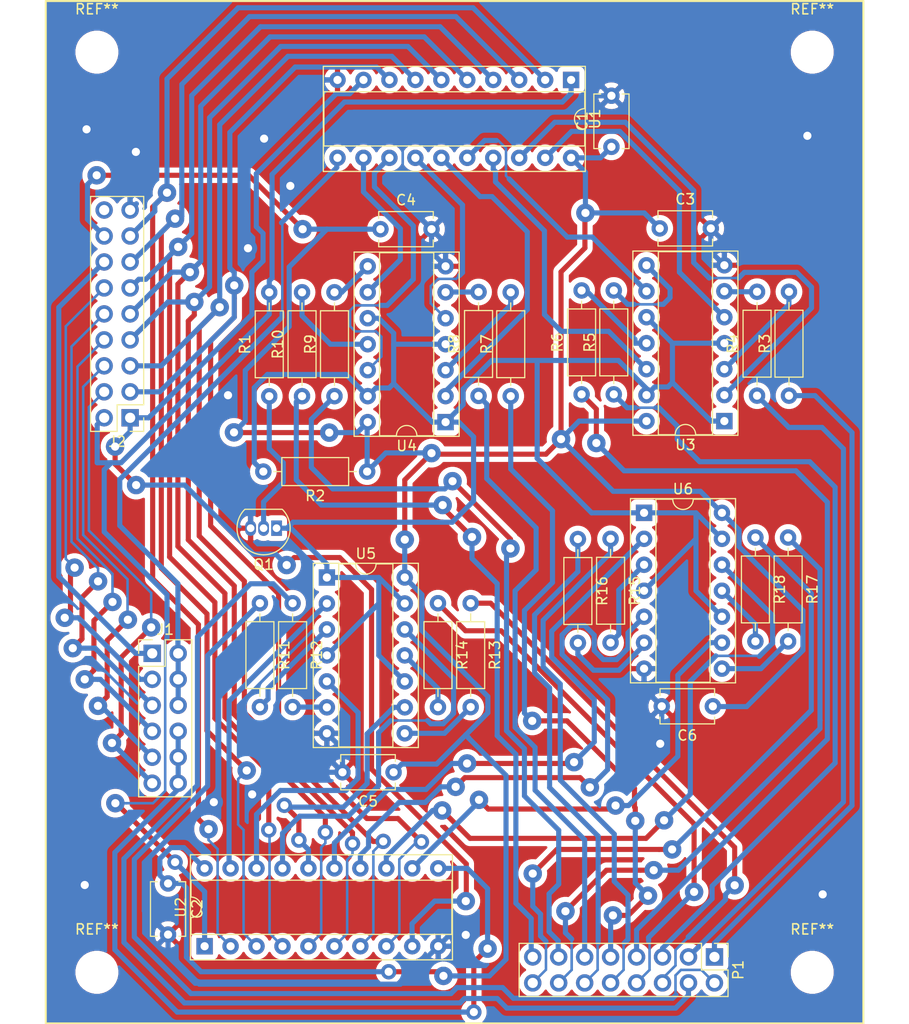
<source format=kicad_pcb>
(kicad_pcb (version 20211014) (generator pcbnew)
  (layers (0 "F.Cu" signal) (31 "B.Cu" signal) (34 "B.Paste" user) (35 "F.Paste" user) (36 "B.SilkS" user "B.Silkscreen") (37 "F.SilkS" user "F.Silkscreen") (38 "B.Mask" user) (39 "F.Mask" user) (44 "Edge.Cuts" user))
  (net 0 "")
  (net 1 "VCC")
  (net 2 "Earth")
  (net 3 "/R1")
  (net 4 "Net-(J1-Pad2)")
  (net 5 "/G1")
  (net 6 "/B1")
  (net 7 "/R2")
  (net 8 "Net-(J1-Pad10)")
  (net 9 "/G2")
  (net 10 "/B2")
  (net 11 "/D7")
  (net 12 "/OE")
  (net 13 "/D6")
  (net 14 "/D5")
  (net 15 "/D4")
  (net 16 "/D3")
  (net 17 "/D2")
  (net 18 "/D1")
  (net 19 "/D0")
  (net 20 "Net-(J2-Pad18)")
  (net 21 "Net-(Q1-Pad2)")
  (net 22 "Net-(Q1-Pad1)")
  (net 23 "Net-(R3-Pad2)")
  (net 24 "Net-(R4-Pad2)")
  (net 25 "Net-(R5-Pad2)")
  (net 26 "Net-(R6-Pad2)")
  (net 27 "Net-(R7-Pad2)")
  (net 28 "Net-(R8-Pad2)")
  (net 29 "Net-(R9-Pad2)")
  (net 30 "Net-(R10-Pad2)")
  (net 31 "Net-(R11-Pad2)")
  (net 32 "Net-(R12-Pad2)")
  (net 33 "Net-(R13-Pad2)")
  (net 34 "Net-(R14-Pad2)")
  (net 35 "Net-(R15-Pad2)")
  (net 36 "Net-(R16-Pad2)")
  (net 37 "Net-(R17-Pad2)")
  (net 38 "Net-(R18-Pad2)")
  (net 39 "Net-(U1-Pad12)")
  (net 40 "Net-(U1-Pad13)")
  (net 41 "Net-(U1-Pad14)")
  (net 42 "Net-(U1-Pad15)")
  (net 43 "Net-(U1-Pad16)")
  (net 44 "Net-(U1-Pad17)")
  (net 45 "Net-(U1-Pad18)")
  (net 46 "Net-(U1-Pad19)")
  (net 47 "Net-(U2-Pad19)")
  (net 48 "Net-(U2-Pad18)")
  (net 49 "Net-(U2-Pad17)")
  (net 50 "Net-(U2-Pad16)")
  (net 51 "Net-(U2-Pad15)")
  (net 52 "Net-(U2-Pad14)")
  (net 53 "Net-(U2-Pad13)")
  (net 54 "Net-(U2-Pad12)")
  (net 55 "Net-(P1-Pad1)")
  (net 56 "Net-(P1-Pad2)")
  (net 57 "Net-(P1-Pad3)")
  (net 58 "Net-(P1-Pad4)")
  (net 59 "Net-(P1-Pad5)")
  (net 60 "Net-(P1-Pad6)")
  (net 61 "Net-(P1-Pad7)")
  (net 62 "Net-(P1-Pad8)")
  (net 63 "Net-(P1-Pad9)")
  (net 64 "Net-(P1-Pad10)")
  (net 65 "Net-(P1-Pad11)")
  (net 66 "Net-(P1-Pad12)")
  (net 67 "Net-(P1-Pad13)")
  (net 68 "Net-(P1-Pad14)")
  (net 69 "Net-(P1-Pad15)")
  (net 70 "Net-(P1-Pad16)")
  (footprint "Capacitor_THT:C_Disc_D5.1mm_W3.2mm_P5.00mm" (layer "F.Cu") (at 150.401714 78.707187 90)
    (fp_text reference "C1")
    (fp_text value "100n")
  )
  (footprint "Capacitor_THT:C_Disc_D5.1mm_W3.2mm_P5.00mm" (layer "F.Cu") (at 107.014 150.7528 -90)
    (fp_text reference "C2")
    (fp_text value "100n")
  )
  (footprint "Capacitor_THT:C_Disc_D5.1mm_W3.2mm_P5.00mm" (layer "F.Cu") (at 155.126114 86.682787)
    (fp_text reference "C3")
    (fp_text value "100n")
  )
  (footprint "Capacitor_THT:C_Disc_D5.1mm_W3.2mm_P5.00mm" (layer "F.Cu") (at 127.795714 86.758987)
    (fp_text reference "C4")
    (fp_text value "100n")
  )
  (footprint "Capacitor_THT:C_Disc_D5.1mm_W3.2mm_P5.00mm" (layer "F.Cu") (at 129.0828 139.8778 180)
    (fp_text reference "C5")
    (fp_text value "100n")
  )
  (footprint "Capacitor_THT:C_Disc_D5.1mm_W3.2mm_P5.00mm" (layer "F.Cu") (at 160.3248 133.4262 180)
    (fp_text reference "C6")
    (fp_text value "100n")
  )
  (footprint "Connector_PinHeader_2.54mm:PinHeader_2x06_P2.54mm_Vertical" (layer "F.Cu") (at 105.4646 128.2484)
    (fp_text reference "J1")
    (fp_text value "Conn_02x06_Odd_Even")
  )
  (footprint "Connector_PinHeader_2.54mm:PinHeader_2x09_P2.54mm_Vertical" (layer "F.Cu") (at 103.3018 105.2068 180)
    (fp_text reference "J2")
    (fp_text value "Conn_02x09_Odd_Even")
  )
  (footprint "Package_TO_SOT_THT:TO-92_Inline" (layer "F.Cu") (at 117.6312 116.0056 180)
    (fp_text reference "Q1")
    (fp_text value "BC547")
  )
  (footprint "Resistor_THT:R_Axial_DIN0207_L6.3mm_D2.5mm_P10.16mm_Horizontal" (layer "F.Cu") (at 116.9162 103.0986 90)
    (fp_text reference "R1")
    (fp_text value "220k")
  )
  (footprint "Resistor_THT:R_Axial_DIN0207_L6.3mm_D2.5mm_P10.16mm_Horizontal" (layer "F.Cu") (at 126.4958 110.4684 180)
    (fp_text reference "R2")
    (fp_text value "4k7")
  )
  (footprint "Resistor_THT:R_Axial_DIN0207_L6.3mm_D2.5mm_P10.16mm_Horizontal" (layer "F.Cu") (at 167.775314 103.040387 90)
    (fp_text reference "R3")
    (fp_text value "200R")
  )
  (footprint "Resistor_THT:R_Axial_DIN0207_L6.3mm_D2.5mm_P10.16mm_Horizontal" (layer "F.Cu") (at 164.651114 103.040387 90)
    (fp_text reference "R4")
    (fp_text value "200R")
  )
  (footprint "Resistor_THT:R_Axial_DIN0207_L6.3mm_D2.5mm_P10.16mm_Horizontal" (layer "F.Cu") (at 150.630314 102.913387 90)
    (fp_text reference "R5")
    (fp_text value "200R")
  )
  (footprint "Resistor_THT:R_Axial_DIN0207_L6.3mm_D2.5mm_P10.16mm_Horizontal" (layer "F.Cu") (at 147.480714 102.913387 90)
    (fp_text reference "R6")
    (fp_text value "200R")
  )
  (footprint "Resistor_THT:R_Axial_DIN0207_L6.3mm_D2.5mm_P10.16mm_Horizontal" (layer "F.Cu") (at 140.546514 103.091187 90)
    (fp_text reference "R7")
    (fp_text value "200R")
  )
  (footprint "Resistor_THT:R_Axial_DIN0207_L6.3mm_D2.5mm_P10.16mm_Horizontal" (layer "F.Cu") (at 137.396914 103.065787 90)
    (fp_text reference "R8")
    (fp_text value "200R")
  )
  (footprint "Resistor_THT:R_Axial_DIN0207_L6.3mm_D2.5mm_P10.16mm_Horizontal" (layer "F.Cu") (at 123.299914 103.091187 90)
    (fp_text reference "R9")
    (fp_text value "200R")
  )
  (footprint "Resistor_THT:R_Axial_DIN0207_L6.3mm_D2.5mm_P10.16mm_Horizontal" (layer "F.Cu") (at 120.124914 103.091187 90)
    (fp_text reference "R10")
    (fp_text value "200R")
  )
  (footprint "Resistor_THT:R_Axial_DIN0207_L6.3mm_D2.5mm_P10.16mm_Horizontal" (layer "F.Cu") (at 116.0018 123.3424 -90)
    (fp_text reference "R11")
    (fp_text value "200R")
  )
  (footprint "Resistor_THT:R_Axial_DIN0207_L6.3mm_D2.5mm_P10.16mm_Horizontal" (layer "F.Cu") (at 119.2022 123.3424 -90)
    (fp_text reference "R12")
    (fp_text value "200R")
  )
  (footprint "Resistor_THT:R_Axial_DIN0207_L6.3mm_D2.5mm_P10.16mm_Horizontal" (layer "F.Cu") (at 136.6266 123.3424 -90)
    (fp_text reference "R13")
    (fp_text value "200R")
  )
  (footprint "Resistor_THT:R_Axial_DIN0207_L6.3mm_D2.5mm_P10.16mm_Horizontal" (layer "F.Cu") (at 133.4262 123.3424 -90)
    (fp_text reference "R14")
    (fp_text value "200R")
  )
  (footprint "Resistor_THT:R_Axial_DIN0207_L6.3mm_D2.5mm_P10.16mm_Horizontal" (layer "F.Cu") (at 150.3172 117.0432 -90)
    (fp_text reference "R15")
    (fp_text value "200R")
  )
  (footprint "Resistor_THT:R_Axial_DIN0207_L6.3mm_D2.5mm_P10.16mm_Horizontal" (layer "F.Cu") (at 147.1168 117.0686 -90)
    (fp_text reference "R16")
    (fp_text value "200R")
  )
  (footprint "Resistor_THT:R_Axial_DIN0207_L6.3mm_D2.5mm_P10.16mm_Horizontal" (layer "F.Cu") (at 167.6908 116.9162 -90)
    (fp_text reference "R17")
    (fp_text value "200R")
  )
  (footprint "Resistor_THT:R_Axial_DIN0207_L6.3mm_D2.5mm_P10.16mm_Horizontal" (layer "F.Cu") (at 164.4904 116.9162 -90)
    (fp_text reference "R18")
    (fp_text value "200R")
  )
  (footprint "Package_DIP:DIP-20_W7.62mm_Socket" (layer "F.Cu") (at 146.4564 72.1614 -90)
    (fp_text reference "U1")
    (fp_text value "74HC573")
  )
  (footprint "Package_DIP:DIP-20_W7.62mm_Socket" (layer "F.Cu") (at 110.5916 156.8958 90)
    (fp_text reference "U2")
    (fp_text value "74HC573")
  )
  (footprint "Package_DIP:DIP-14_W7.62mm_Socket" (layer "F.Cu") (at 161.450714 105.529587 180)
    (fp_text reference "U3")
    (fp_text value "74HC126")
  )
  (footprint "Package_DIP:DIP-14_W7.62mm_Socket" (layer "F.Cu") (at 134.171114 105.631187 180)
    (fp_text reference "U4")
    (fp_text value "74HC126")
  )
  (footprint "Package_DIP:DIP-14_W7.62mm_Socket" (layer "F.Cu") (at 122.555 120.8278)
    (fp_text reference "U5")
    (fp_text value "74HC126")
  )
  (footprint "Package_DIP:DIP-14_W7.62mm_Socket" (layer "F.Cu") (at 153.5938 114.5032)
    (fp_text reference "U6")
    (fp_text value "74HC126")
  )
  (footprint "Connector_PinHeader_2.54mm:PinHeader_2x08_P2.54mm_Vertical" (layer "F.Cu") (at 160.481 157.941 -90)
    (fp_text reference "P1")
    (fp_text value "CONN_02X08")
  )
  (footprint "MountingHole:MountingHole_3.2mm_M3" (layer "F.Cu") (at 100.0506 69.4436)
    (fp_text reference "REF**")
    (fp_text value "MountingHole_3.2mm_M3")
  )
  (footprint "MountingHole:MountingHole_3.2mm_M3" (layer "F.Cu") (at 170.0506 69.4436)
    (fp_text reference "REF**")
    (fp_text value "MountingHole_3.2mm_M3")
  )
  (footprint "MountingHole:MountingHole_3.2mm_M3" (layer "F.Cu") (at 170.0506 159.4436)
    (fp_text reference "REF**")
    (fp_text value "MountingHole_3.2mm_M3")
  )
  (footprint "MountingHole:MountingHole_3.2mm_M3" (layer "F.Cu") (at 100.0506 159.4436)
    (fp_text reference "REF**")
    (fp_text value "MountingHole_3.2mm_M3")
  )
  (gr_line (start 175.0506 164.4436) (end 95.0506 164.4436) (layer "F.SilkS") (width 0.2))
  (gr_line (start 95.0506 64.4436) (end 175.0506 64.4436) (layer "F.SilkS") (width 0.2))
  (gr_line (start 175.0506 64.4436) (end 175.0506 164.4436) (layer "F.SilkS") (width 0.2))
  (gr_line (start 95.0506 164.4436) (end 95.0506 64.4436) (layer "F.SilkS") (width 0.2))
  (segment (start 147.8064 85.2208) (end 147.8064 88.599) (width 0.5) (layer "F.Cu") (net 1))
  (segment (start 132.8966 108.7666) (end 132.795 108.665) (width 0.5) (layer "F.Cu") (net 1))
  (segment (start 130.1788 111.2812) (end 131.895001 109.564999) (width 0.5) (layer "F.Cu") (net 1))
  (segment (start 145.4696 90.9358) (end 145.4696 107.2934) (width 0.5) (layer "F.Cu") (net 1))
  (segment (start 147.8572 85.17) (end 147.8064 85.2208) (width 0.5) (layer "F.Cu") (net 1))
  (segment (start 120.182413 86.758987) (end 114.910426 81.487) (width 0.5) (layer "F.Cu") (net 1))
  (segment (start 133.557 159.3888) (end 133.9634 159.7952) (width 0.5) (layer "F.Cu") (net 1))
  (segment (start 128.604 159.3888) (end 133.557 159.3888) (width 0.5) (layer "F.Cu") (net 1))
  (segment (start 147.8064 88.599) (end 145.4696 90.9358) (width 0.5) (layer "F.Cu") (net 1))
  (segment (start 143.9964 108.7666) (end 132.8966 108.7666) (width 0.5) (layer "F.Cu") (net 1))
  (segment (start 130.1788 117.123201) (end 130.1788 111.2812) (width 0.5) (layer "F.Cu") (net 1))
  (segment (start 122.7874 106.6584) (end 113.490994 106.6584) (width 0.5) (layer "F.Cu") (net 1))
  (segment (start 131.895001 109.564999) (end 132.795 108.665) (width 0.5) (layer "F.Cu") (net 1))
  (segment (start 114.910426 81.487) (end 101.301792 81.487) (width 0.5) (layer "F.Cu") (net 1))
  (segment (start 145.4696 107.2934) (end 143.9964 108.7666) (width 0.5) (layer "F.Cu") (net 1))
  (segment (start 113.490994 106.6584) (end 113.4656 106.633006) (width 0.5) (layer "F.Cu") (net 1))
  (segment (start 101.301792 81.487) (end 100.029 81.487) (width 0.5) (layer "F.Cu") (net 1))
  (via (at 147.8572 85.17) (size 1.8) (drill 0.8) (layers "F.Cu" "B.Cu") (net 1))
  (via (at 130.1788 117.123201) (size 1.8) (drill 0.8) (layers "F.Cu" "B.Cu") (net 1))
  (via (at 145.4696 107.2934) (size 1.8) (drill 0.8) (layers "F.Cu" "B.Cu") (net 1))
  (via (at 132.795 108.665) (size 1.8) (drill 0.8) (layers "F.Cu" "B.Cu") (net 1))
  (via (at 133.9634 159.7952) (size 1.8) (drill 0.8) (layers "F.Cu" "B.Cu") (net 1))
  (via (at 113.4656 106.633006) (size 1.8) (drill 0.8) (layers "F.Cu" "B.Cu") (net 1))
  (via (at 100.029 81.487) (size 1.8) (drill 0.8) (layers "F.Cu" "B.Cu") (net 1))
  (via (at 128.604 159.3888) (size 1.5) (drill 0.8) (layers "F.Cu" "B.Cu") (net 1))
  (via (at 122.7874 106.6584) (size 1.8) (drill 0.8) (layers "F.Cu" "B.Cu") (net 1))
  (via (at 120.182413 86.758987) (size 1.8) (drill 0.8) (layers "F.Cu" "B.Cu") (net 1))
  (segment (start 110.2398 159.3888) (end 108.8174 157.9664) (width 0.5) (layer "B.Cu") (net 1))
  (segment (start 126.4958 110.4684) (end 126.4958 105.686501) (width 0.5) (layer "B.Cu") (net 1))
  (segment (start 114.365599 105.733007) (end 113.4656 106.633006) (width 0.5) (layer "B.Cu") (net 1))
  (segment (start 160.3248 133.4262) (end 160.354 133.4554) (width 0.5) (layer "B.Cu") (net 1))
  (segment (start 108.8174 151.1846) (end 108.3856 150.7528) (width 0.5) (layer "B.Cu") (net 1))
  (segment (start 99.129001 85.794001) (end 99.129001 82.386999) (width 0.5) (layer "B.Cu") (net 1))
  (segment (start 136.413801 136.515401) (end 140.0848 140.1864) (width 0.5) (layer "B.Cu") (net 1))
  (segment (start 145.4696 107.2934) (end 147.233413 105.529587) (width 0.5) (layer "B.Cu") (net 1))
  (segment (start 118.866211 90.451576) (end 118.866211 96.279389) (width 0.5) (layer "B.Cu") (net 1))
  (segment (start 128.3246 108.6396) (end 132.7696 108.6396) (width 0.5) (layer "B.Cu") (net 1))
  (segment (start 122.7874 106.6584) (end 125.523901 106.6584) (width 0.5) (layer "B.Cu") (net 1))
  (segment (start 131.8552 126.0132) (end 131.8552 122.508) (width 0.5) (layer "B.Cu") (net 1))
  (segment (start 122.014187 87.3036) (end 121.808801 87.508986) (width 0.5) (layer "B.Cu") (net 1))
  (segment (start 130.175 117.127001) (end 130.1788 117.123201) (width 0.5) (layer "B.Cu") (net 1))
  (segment (start 131.8552 122.508) (end 130.175 120.8278) (width 0.5) (layer "B.Cu") (net 1))
  (segment (start 126.4958 110.4684) (end 128.3246 108.6396) (width 0.5) (layer "B.Cu") (net 1))
  (segment (start 155.126114 86.682787) (end 153.613327 85.17) (width 0.5) (layer "B.Cu") (net 1))
  (segment (start 145.4696 107.2934) (end 150.575 112.3988) (width 0.5) (layer "B.Cu") (net 1))
  (segment (start 145.4696 107.3188) (end 145.4696 107.2934) (width 0.5) (layer "B.Cu") (net 1))
  (segment (start 160.354 133.4554) (end 163.6306 133.4554) (width 0.5) (layer "B.Cu") (net 1))
  (segment (start 129.882799 139.077801) (end 133.293999 139.077801) (width 0.5) (layer "B.Cu") (net 1))
  (segment (start 107.2934 147.2476) (end 106.214001 148.326999) (width 0.5) (layer "B.Cu") (net 1))
  (segment (start 162.894 116.1834) (end 161.2138 114.5032) (width 0.5) (layer "B.Cu") (net 1))
  (segment (start 140.0848 140.1864) (end 140.0848 158.1696) (width 0.5) (layer "B.Cu") (net 1))
  (segment (start 147.8572 84.9668) (end 147.8572 81.1822) (width 0.5) (layer "B.Cu") (net 1))
  (segment (start 106.214001 149.952801) (end 107.014 150.7528) (width 0.5) (layer "B.Cu") (net 1))
  (segment (start 114.568799 105.529807) (end 114.365599 105.733007) (width 0.5) (layer "B.Cu") (net 1))
  (segment (start 162.894 117.809) (end 162.894 116.1834) (width 0.5) (layer "B.Cu") (net 1))
  (segment (start 130.175 120.8278) (end 130.175 117.127001) (width 0.5) (layer "B.Cu") (net 1))
  (segment (start 108.5634 147.2476) (end 107.2934 147.2476) (width 0.5) (layer "B.Cu") (net 1))
  (segment (start 122.5588 86.758987) (end 122.014187 87.3036) (width 0.5) (layer "B.Cu") (net 1))
  (segment (start 106.214001 148.326999) (end 106.214001 149.952801) (width 0.5) (layer "B.Cu") (net 1))
  (segment (start 108.8174 157.9664) (end 108.8174 151.1846) (width 0.5) (layer "B.Cu") (net 1))
  (segment (start 114.568799 100.576801) (end 114.568799 105.529807) (width 0.5) (layer "B.Cu") (net 1))
  (segment (start 110.5916 149.2758) (end 108.5634 147.2476) (width 0.5) (layer "B.Cu") (net 1))
  (segment (start 138.3068 134.065) (end 138.3068 132.4648) (width 0.5) (layer "B.Cu") (net 1))
  (segment (start 128.604 159.3888) (end 110.2398 159.3888) (width 0.5) (layer "B.Cu") (net 1))
  (segment (start 149.327501 79.7814) (end 150.401714 78.707187) (width 0.5) (layer "B.Cu") (net 1))
  (segment (start 135.02406 159.7952) (end 133.9634 159.7952) (width 0.5) (layer "B.Cu") (net 1))
  (segment (start 150.575 112.3988) (end 159.1094 112.3988) (width 0.5) (layer "B.Cu") (net 1))
  (segment (start 169.1424 127.9436) (end 169.1424 124.0574) (width 0.5) (layer "B.Cu") (net 1))
  (segment (start 108.3856 150.7528) (end 107.014 150.7528) (width 0.5) (layer "B.Cu") (net 1))
  (segment (start 99.129001 82.386999) (end 100.029 81.487) (width 0.5) (layer "B.Cu") (net 1))
  (segment (start 136.1478 136.224) (end 136.413801 136.490001) (width 0.5) (layer "B.Cu") (net 1))
  (segment (start 132.7696 108.6396) (end 132.795 108.665) (width 0.5) (layer "B.Cu") (net 1))
  (segment (start 136.413801 136.490001) (end 136.413801 136.515401) (width 0.5) (layer "B.Cu") (net 1))
  (segment (start 129.0828 139.8778) (end 129.882799 139.077801) (width 0.5) (layer "B.Cu") (net 1))
  (segment (start 140.0848 158.1696) (end 138.4592 159.7952) (width 0.5) (layer "B.Cu") (net 1))
  (segment (start 138.3068 132.4648) (end 131.8552 126.0132) (width 0.5) (layer "B.Cu") (net 1))
  (segment (start 136.1478 136.224) (end 138.3068 134.065) (width 0.5) (layer "B.Cu") (net 1))
  (segment (start 122.5588 86.758987) (end 120.182413 86.758987) (width 0.5) (layer "B.Cu") (net 1))
  (segment (start 147.233413 105.529587) (end 153.830714 105.529587) (width 0.5) (layer "B.Cu") (net 1))
  (segment (start 127.795714 86.758987) (end 122.5588 86.758987) (width 0.5) (layer "B.Cu") (net 1))
  (segment (start 169.1424 124.0574) (end 162.894 117.809) (width 0.5) (layer "B.Cu") (net 1))
  (segment (start 153.613327 85.17) (end 147.8572 85.17) (width 0.5) (layer "B.Cu") (net 1))
  (segment (start 125.523901 106.6584) (end 126.551114 105.631187) (width 0.5) (layer "B.Cu") (net 1))
  (segment (start 163.6306 133.4554) (end 169.1424 127.9436) (width 0.5) (layer "B.Cu") (net 1))
  (segment (start 146.4564 79.7814) (end 149.327501 79.7814) (width 0.5) (layer "B.Cu") (net 1))
  (segment (start 138.4592 159.7952) (end 135.02406 159.7952) (width 0.5) (layer "B.Cu") (net 1))
  (segment (start 147.8572 81.1822) (end 146.4564 79.7814) (width 0.5) (layer "B.Cu") (net 1))
  (segment (start 122.014187 87.3036) (end 118.866211 90.451576) (width 0.5) (layer "B.Cu") (net 1))
  (segment (start 159.1094 112.3988) (end 161.2138 114.5032) (width 0.5) (layer "B.Cu") (net 1))
  (segment (start 133.293999 139.077801) (end 136.1478 136.224) (width 0.5) (layer "B.Cu") (net 1))
  (segment (start 100.7618 87.4268) (end 99.129001 85.794001) (width 0.5) (layer "B.Cu") (net 1))
  (segment (start 118.866211 96.279389) (end 114.568799 100.576801) (width 0.5) (layer "B.Cu") (net 1))
  (segment (start 126.4958 105.686501) (end 126.551114 105.631187) (width 0.5) (layer "B.Cu") (net 1))
  (segment (start 115.2436 90.303592) (end 114.8372 89.897192) (width 0.5) (layer "F.Cu") (net 2))
  (segment (start 115.0912 116.0056) (end 115.0912 117.2556) (width 0.5) (layer "F.Cu") (net 2))
  (segment (start 155.1724 137.0876) (end 165.8404 147.7556) (width 0.5) (layer "F.Cu") (net 2))
  (segment (start 115.351339 77.905601) (end 116.411999 77.905601) (width 0.5) (layer "F.Cu") (net 2))
  (segment (start 137.047007 154.8865) (end 136.147008 155.786499) (width 0.5) (layer "F.Cu") (net 2))
  (segment (start 153.7246 137.0876) (end 155.1724 137.0876) (width 0.5) (layer "F.Cu") (net 2))
  (segment (start 118.227403 81.778401) (end 118.977402 82.5284) (width 0.5) (layer "F.Cu") (net 2))
  (segment (start 116.411999 79.962997) (end 118.227403 81.778401) (width 0.5) (layer "F.Cu") (net 2))
  (segment (start 103.8644 79.200996) (end 105.159795 77.905601) (width 0.5) (layer "F.Cu") (net 2))
  (segment (start 116.411999 77.905601) (end 116.411999 79.962997) (width 0.5) (layer "F.Cu") (net 2))
  (segment (start 103.8644 79.201) (end 103.8644 79.200996) (width 0.25) (layer "F.Cu") (net 2))
  (segment (start 135.462 118.825) (end 153.7246 137.0876) (width 0.5) (layer "F.Cu") (net 2))
  (segment (start 139.492004 155.8328) (end 138.545704 154.8865) (width 0.5) (layer "F.Cu") (net 2))
  (segment (start 165.8404 147.7556) (end 165.8404 153.6484) (width 0.5) (layer "F.Cu") (net 2))
  (segment (start 138.545704 154.8865) (end 137.047007 154.8865) (width 0.5) (layer "F.Cu") (net 2))
  (segment (start 155.2702 133.4808) (end 155.3248 133.4262) (width 0.5) (layer "F.Cu") (net 2))
  (segment (start 114.18294 142.040601) (end 115.2436 142.040601) (width 0.5) (layer "F.Cu") (net 2))
  (segment (start 126.9784 118.825) (end 135.462 118.825) (width 0.5) (layer "F.Cu") (net 2))
  (segment (start 115.4922 117.6566) (end 125.81 117.6566) (width 0.5) (layer "F.Cu") (net 2))
  (segment (start 112.252599 142.040601) (end 114.18294 142.040601) (width 0.5) (layer "F.Cu") (net 2))
  (segment (start 163.656 155.8328) (end 139.492004 155.8328) (width 0.5) (layer "F.Cu") (net 2))
  (segment (start 112.8814 103.0008) (end 115.2436 100.6386) (width 0.5) (layer "F.Cu") (net 2))
  (segment (start 125.81 117.6566) (end 126.9784 118.825) (width 0.5) (layer "F.Cu") (net 2))
  (segment (start 105.159795 77.905601) (end 115.351339 77.905601) (width 0.5) (layer "F.Cu") (net 2))
  (segment (start 115.0912 117.2556) (end 115.4922 117.6566) (width 0.5) (layer "F.Cu") (net 2))
  (segment (start 104.0422 79.0232) (end 103.8644 79.201) (width 0.25) (layer "F.Cu") (net 2))
  (segment (start 111.4906 142.8026) (end 112.252599 142.040601) (width 0.5) (layer "F.Cu") (net 2))
  (segment (start 115.2436 100.6386) (end 115.2436 90.303592) (width 0.5) (layer "F.Cu") (net 2))
  (segment (start 165.8404 153.6484) (end 163.656 155.8328) (width 0.5) (layer "F.Cu") (net 2))
  (segment (start 114.8372 89.897192) (end 114.8372 88.6244) (width 0.5) (layer "F.Cu") (net 2))
  (via (at 169.5742 77.6262) (size 0.8) (drill 0.4) (layers "F.Cu" "B.Cu") (net 2))
  (via (at 169.5742 77.6262) (size 0.8) (drill 0.4) (layers "F.Cu" "B.Cu") (net 2))
  (via (at 118.977402 82.5284) (size 1.8) (drill 0.8) (layers "F.Cu" "B.Cu") (net 2))
  (via (at 116.411999 77.905601) (size 1.8) (drill 0.8) (layers "F.Cu" "B.Cu") (net 2))
  (via (at 136.147008 155.786499) (size 1.8) (drill 0.8) (layers "F.Cu" "B.Cu") (net 2))
  (via (at 115.2436 142.040601) (size 1.5) (drill 0.8) (layers "F.Cu" "B.Cu") (net 2))
  (via (at 155.1724 137.0876) (size 1.8) (drill 0.8) (layers "F.Cu" "B.Cu") (net 2))
  (via (at 98.8606 150.9052) (size 1.5) (drill 0.8) (layers "F.Cu" "B.Cu") (net 2))
  (via (at 112.8814 103.0008) (size 1.8) (drill 0.8) (layers "F.Cu" "B.Cu") (net 2))
  (via (at 114.8372 88.6244) (size 1.8) (drill 0.8) (layers "F.Cu" "B.Cu") (net 2))
  (via (at 171.0728 151.8196) (size 1.5) (drill 0.8) (layers "F.Cu" "B.Cu") (net 2))
  (via (at 111.4906 142.8026) (size 1.8) (drill 0.8) (layers "F.Cu" "B.Cu") (net 2))
  (via (at 99.0384 76.9912) (size 1.5) (drill 0.8) (layers "F.Cu" "B.Cu") (net 2))
  (via (at 103.8644 79.200996) (size 1.8) (drill 0.8) (layers "F.Cu" "B.Cu") (net 2))
  (via (at 169.5742 77.6262) (size 1.5) (drill 0.8) (layers "F.Cu" "B.Cu") (net 2))
  (segment (start 111.4906 142.8026) (end 110.5954 142.8026) (width 0.5) (layer "B.Cu") (net 2))
  (segment (start 110.084378 160.604978) (end 107.014 157.5346) (width 0.5) (layer "B.Cu") (net 2))
  (segment (start 111.683799 104.198401) (end 111.981401 103.900799) (width 0.5) (layer "B.Cu") (net 2))
  (segment (start 130.3566 78.4136) (end 129.9756 78.7946) (width 0.25) (layer "B.Cu") (net 2))
  (segment (start 160.126114 88.964987) (end 161.450714 90.289587) (width 0.5) (layer "B.Cu") (net 2))
  (segment (start 129.9756 81.3854) (end 130.001 81.4108) (width 0.25) (layer "B.Cu") (net 2))
  (segment (start 111.981401 103.900799) (end 112.8814 103.0008) (width 0.5) (layer "B.Cu") (net 2))
  (segment (start 148.19663 74.7306) (end 148.0096 74.7306) (width 0.25) (layer "B.Cu") (net 2))
  (segment (start 130.001 78.7946) (end 130.001 78.7184) (width 0.5) (layer "B.Cu") (net 2))
  (segment (start 149.0256 73.7146) (end 148.0096 74.7306) (width 0.5) (layer "B.Cu") (net 2))
  (segment (start 129.9248 83.888073) (end 132.795714 86.758987) (width 0.5) (layer "B.Cu") (net 2))
  (segment (start 129.9248 81.4108) (end 129.9248 83.888073) (width 0.5) (layer "B.Cu") (net 2))
  (segment (start 125.2004 75.3148) (end 118.977402 81.537798) (width 0.5) (layer "B.Cu") (net 2))
  (segment (start 134.560901 155.786499) (end 134.874216 155.786499) (width 0.5) (layer "B.Cu") (net 2))
  (segment (start 114.824211 79.493389) (end 115.662 78.6556) (width 0.5) (layer "B.Cu") (net 2))
  (segment (start 129.9756 78.7946) (end 129.9756 81.3854) (width 0.25) (layer "B.Cu") (net 2))
  (segment (start 123.5964 72.1614) (end 122.1562 72.1614) (width 0.5) (layer "B.Cu") (net 2))
  (segment (start 155.3248 133.4262) (end 155.3248 133.976191) (width 0.5) (layer "B.Cu") (net 2))
  (segment (start 117.161998 77.155602) (end 116.411999 77.905601) (width 0.5) (layer "B.Cu") (net 2))
  (segment (start 122.1562 72.1614) (end 117.161998 77.155602) (width 0.5) (layer "B.Cu") (net 2))
  (segment (start 114.8372 80.00766) (end 114.8372 87.351608) (width 0.5) (layer "B.Cu") (net 2))
  (segment (start 115.993599 141.290602) (end 115.2436 142.040601) (width 0.5) (layer "B.Cu") (net 2))
  (segment (start 134.874216 155.786499) (end 136.147008 155.786499) (width 0.5) (layer "B.Cu") (net 2))
  (segment (start 129.742422 160.604978) (end 110.084378 160.604978) (width 0.5) (layer "B.Cu") (net 2))
  (segment (start 133.4046 75.3148) (end 125.2004 75.3148) (width 0.5) (layer "B.Cu") (net 2))
  (segment (start 104.69141 153.45941) (end 106.9848 155.7528) (width 0.5) (layer "B.Cu") (net 2))
  (segment (start 106.9848 155.7528) (end 107.014 155.7528) (width 0.5) (layer "B.Cu") (net 2))
  (segment (start 147.4254 75.3148) (end 131.9822 75.3148) (width 0.5) (layer "B.Cu") (net 2))
  (segment (start 117.406401 139.8778) (end 115.993599 141.290602) (width 0.5) (layer "B.Cu") (net 2))
  (segment (start 132.795714 86.758987) (end 132.795714 89.015787) (width 0.5) (layer "B.Cu") (net 2))
  (segment (start 130.001 78.7184) (end 133.4046 75.3148) (width 0.5) (layer "B.Cu") (net 2))
  (segment (start 114.824211 79.994671) (end 114.8118 79.98226) (width 0.5) (layer "B.Cu") (net 2))
  (segment (start 124.0828 139.8778) (end 117.406401 139.8778) (width 0.5) (layer "B.Cu") (net 2))
  (segment (start 124.0828 137.5956) (end 122.555 136.0678) (width 0.5) (layer "B.Cu") (net 2))
  (segment (start 103.9152 84.2734) (end 103.3018 84.8868) (width 0.5) (layer "B.Cu") (net 2))
  (segment (start 107.014 157.5346) (end 107.014 155.7528) (width 0.5) (layer "B.Cu") (net 2))
  (segment (start 110.5954 142.8026) (end 104.69141 148.70659) (width 0.5) (layer "B.Cu") (net 2))
  (segment (start 150.394301 73.7146) (end 149.0256 73.7146) (width 0.5) (layer "B.Cu") (net 2))
  (segment (start 118.977402 81.537798) (end 118.977402 82.5284) (width 0.5) (layer "B.Cu") (net 2))
  (segment (start 114.824211 79.994671) (end 114.824211 79.493389) (width 0.5) (layer "B.Cu") (net 2))
  (segment (start 153.5938 131.6952) (end 155.3248 133.4262) (width 0.5) (layer "B.Cu") (net 2))
  (segment (start 115.662 78.6556) (end 116.411999 77.905601) (width 0.5) (layer "B.Cu") (net 2))
  (segment (start 103.8644 83.122119) (end 103.8644 79.200996) (width 0.5) (layer "B.Cu") (net 2))
  (segment (start 124.0828 139.8778) (end 124.0828 137.5956) (width 0.5) (layer "B.Cu") (net 2))
  (segment (start 150.401714 73.707187) (end 150.394301 73.7146) (width 0.5) (layer "B.Cu") (net 2))
  (segment (start 114.824211 79.994671) (end 114.8372 80.00766) (width 0.5) (layer "B.Cu") (net 2))
  (segment (start 155.3248 133.4262) (end 155.3248 136.9352) (width 0.5) (layer "B.Cu") (net 2))
  (segment (start 132.795714 89.015787) (end 134.171114 90.391187) (width 0.5) (layer "B.Cu") (net 2))
  (segment (start 114.8372 87.351608) (end 114.8372 88.6244) (width 0.5) (layer "B.Cu") (net 2))
  (segment (start 103.3018 84.8868) (end 103.3018 83.684719) (width 0.5) (layer "B.Cu") (net 2))
  (segment (start 148.0096 74.7306) (end 147.4254 75.3148) (width 0.5) (layer "B.Cu") (net 2))
  (segment (start 104.69141 148.70659) (end 104.69141 153.45941) (width 0.5) (layer "B.Cu") (net 2))
  (segment (start 103.3018 83.684719) (end 103.8644 83.122119) (width 0.5) (layer "B.Cu") (net 2))
  (segment (start 133.4516 156.8958) (end 129.742422 160.604978) (width 0.5) (layer "B.Cu") (net 2))
  (segment (start 155.3248 136.9352) (end 155.1724 137.0876) (width 0.5) (layer "B.Cu") (net 2))
  (segment (start 133.4516 156.8958) (end 134.560901 155.786499) (width 0.5) (layer "B.Cu") (net 2))
  (segment (start 111.683799 111.348199) (end 111.683799 104.198401) (width 0.5) (layer "B.Cu") (net 2))
  (segment (start 160.126114 86.682787) (end 160.126114 88.964987) (width 0.5) (layer "B.Cu") (net 2))
  (segment (start 153.5938 129.7432) (end 153.5938 131.6952) (width 0.5) (layer "B.Cu") (net 2))
  (segment (start 115.0912 116.0056) (end 115.0912 114.7556) (width 0.5) (layer "B.Cu") (net 2))
  (segment (start 115.0912 114.7556) (end 111.683799 111.348199) (width 0.5) (layer "B.Cu") (net 2))
  (segment (start 96.3206 94.408) (end 99.911801 90.816799) (width 0.5) (layer "B.Cu") (net 3))
  (segment (start 96.3206 120.728002) (end 96.3206 94.408) (width 0.5) (layer "B.Cu") (net 3))
  (segment (start 105.4646 128.2484) (end 103.840998 128.2484) (width 0.5) (layer "B.Cu") (net 3))
  (segment (start 103.840998 128.2484) (end 96.3206 120.728002) (width 0.5) (layer "B.Cu") (net 3))
  (segment (start 99.911801 90.816799) (end 100.7618 89.9668) (width 0.5) (layer "B.Cu") (net 3))
  (segment (start 123.524 80.725) (end 118.1138 86.1352) (width 0.5) (layer "B.Cu") (net 4))
  (segment (start 118.19 94.9236) (end 118.166201 94.947399) (width 0.25) (layer "B.Cu") (net 4))
  (segment (start 102.2896 115.7516) (end 107.9792 121.4412) (width 0.5) (layer "B.Cu") (net 4))
  (segment (start 107.9792 121.4412) (end 107.9792 128.223) (width 0.5) (layer "B.Cu") (net 4))
  (segment (start 118.19 86.2114) (end 118.19 94.9236) (width 0.25) (layer "B.Cu") (net 4))
  (segment (start 102.2896 111.2304) (end 102.2896 115.7516) (width 0.5) (layer "B.Cu") (net 4))
  (segment (start 118.1138 86.1352) (end 118.19 86.2114) (width 0.25) (layer "B.Cu") (net 4))
  (segment (start 107.9792 128.223) (end 108.0046 128.2484) (width 0.5) (layer "B.Cu") (net 4))
  (segment (start 123.524 79.8538) (end 123.524 80.725) (width 0.5) (layer "B.Cu") (net 4))
  (segment (start 108.0046 130.7884) (end 108.0046 128.2484) (width 0.5) (layer "B.Cu") (net 4))
  (segment (start 118.166201 95.353799) (end 102.2896 111.2304) (width 0.5) (layer "B.Cu") (net 4))
  (segment (start 123.5964 79.7814) (end 123.524 79.8538) (width 0.5) (layer "B.Cu") (net 4))
  (segment (start 108.0046 133.3284) (end 108.0046 130.7884) (width 0.5) (layer "B.Cu") (net 4))
  (segment (start 118.166201 94.947399) (end 118.166201 95.353799) (width 0.5) (layer "B.Cu") (net 4))
  (segment (start 97.5906 119.8664) (end 97.87 119.8664) (width 0.5) (layer "F.Cu") (net 5))
  (segment (start 97.4636 120.2728) (end 97.4636 124.2098) (width 0.5) (layer "F.Cu") (net 5))
  (segment (start 97.4636 124.2098) (end 96.9048 124.7686) (width 0.5) (layer "F.Cu") (net 5))
  (segment (start 97.87 119.8664) (end 97.4636 120.2728) (width 0.5) (layer "F.Cu") (net 5))
  (via (at 97.87 119.8664) (size 1.8) (drill 0.8) (layers "F.Cu" "B.Cu") (net 5))
  (via (at 96.9048 124.7686) (size 1.8) (drill 0.8) (layers "F.Cu" "B.Cu") (net 5))
  (segment (start 97.0064 119.0028) (end 97.87 119.8664) (width 0.25) (layer "B.Cu") (net 5))
  (segment (start 105.4646 130.7884) (end 104.262519 130.7884) (width 0.5) (layer "B.Cu") (net 5))
  (segment (start 98.177592 124.7686) (end 96.9048 124.7686) (width 0.5) (layer "B.Cu") (net 5))
  (segment (start 104.262519 130.7884) (end 98.242719 124.7686) (width 0.5) (layer "B.Cu") (net 5))
  (segment (start 100.7618 92.5068) (end 97.0064 96.2622) (width 0.25) (layer "B.Cu") (net 5))
  (segment (start 97.0064 96.2622) (end 97.0064 119.0028) (width 0.25) (layer "B.Cu") (net 5))
  (segment (start 98.242719 124.7686) (end 98.177592 124.7686) (width 0.5) (layer "B.Cu") (net 5))
  (segment (start 99.264352 122.101321) (end 100.164351 121.201322) (width 0.5) (layer "F.Cu") (net 6))
  (segment (start 98.592199 122.773474) (end 99.264352 122.101321) (width 0.5) (layer "F.Cu") (net 6))
  (segment (start 98.592199 126.840401) (end 98.592199 122.773474) (width 0.5) (layer "F.Cu") (net 6))
  (segment (start 97.6922 127.7404) (end 98.592199 126.840401) (width 0.5) (layer "F.Cu") (net 6))
  (via (at 100.164351 121.201322) (size 1.8) (drill 0.8) (layers "F.Cu" "B.Cu") (net 6))
  (via (at 97.6922 127.7404) (size 1.8) (drill 0.8) (layers "F.Cu" "B.Cu") (net 6))
  (segment (start 97.5652 98.2434) (end 97.5652 117.329379) (width 0.25) (layer "B.Cu") (net 6))
  (segment (start 98.964992 127.7404) (end 97.6922 127.7404) (width 0.5) (layer "B.Cu") (net 6))
  (segment (start 99.8766 127.7404) (end 98.964992 127.7404) (width 0.5) (layer "B.Cu") (net 6))
  (segment (start 100.164351 119.92853) (end 100.164351 121.201322) (width 0.25) (layer "B.Cu") (net 6))
  (segment (start 105.4646 133.3284) (end 99.8766 127.7404) (width 0.5) (layer "B.Cu") (net 6))
  (segment (start 97.5652 117.329379) (end 100.164351 119.92853) (width 0.25) (layer "B.Cu") (net 6))
  (segment (start 100.7618 95.0468) (end 97.5652 98.2434) (width 0.25) (layer "B.Cu") (net 6))
  (segment (start 99.760599 129.888401) (end 99.760599 125.037001) (width 0.5) (layer "F.Cu") (net 7))
  (segment (start 100.678401 124.119199) (end 101.5784 123.2192) (width 0.5) (layer "F.Cu") (net 7))
  (segment (start 99.760599 125.037001) (end 100.678401 124.119199) (width 0.5) (layer "F.Cu") (net 7))
  (segment (start 98.8606 130.7884) (end 99.760599 129.888401) (width 0.5) (layer "F.Cu") (net 7))
  (via (at 98.8606 130.7884) (size 1.8) (drill 0.8) (layers "F.Cu" "B.Cu") (net 7))
  (via (at 101.5784 123.2192) (size 1.8) (drill 0.8) (layers "F.Cu" "B.Cu") (net 7))
  (segment (start 105.4646 135.8684) (end 100.3846 130.7884) (width 0.5) (layer "B.Cu") (net 7))
  (segment (start 101.5784 120.476) (end 101.5784 121.946408) (width 0.25) (layer "B.Cu") (net 7))
  (segment (start 98.1494 100.1992) (end 98.1494 117.047) (width 0.25) (layer "B.Cu") (net 7))
  (segment (start 100.7618 97.5868) (end 98.1494 100.1992) (width 0.25) (layer "B.Cu") (net 7))
  (segment (start 98.1494 117.047) (end 101.5784 120.476) (width 0.25) (layer "B.Cu") (net 7))
  (segment (start 100.3846 130.7884) (end 100.133392 130.7884) (width 0.5) (layer "B.Cu") (net 7))
  (segment (start 100.133392 130.7884) (end 98.8606 130.7884) (width 0.5) (layer "B.Cu") (net 7))
  (segment (start 101.5784 121.946408) (end 101.5784 123.2192) (width 0.25) (layer "B.Cu") (net 7))
  (segment (start 136.9352 163.335032) (end 136.9352 158.4744) (width 0.5) (layer "F.Cu") (net 8))
  (segment (start 137.381401 158.028199) (end 138.2814 157.1282) (width 0.5) (layer "F.Cu") (net 8))
  (segment (start 136.9352 158.4744) (end 137.381401 158.028199) (width 0.5) (layer "F.Cu") (net 8))
  (via (at 138.2814 157.1282) (size 1.8) (drill 0.8) (layers "F.Cu" "B.Cu") (net 8))
  (via (at 136.9352 163.335032) (size 1.5) (drill 0.8) (layers "F.Cu" "B.Cu") (net 8))
  (segment (start 108.0046 138.4084) (end 108.0046 140.9484) (width 0.5) (layer "B.Cu") (net 8))
  (segment (start 101.807 147.7302) (end 101.807 157.2298) (width 0.5) (layer "B.Cu") (net 8))
  (segment (start 138.2814 151.2608) (end 138.2814 155.855408) (width 0.5) (layer "B.Cu") (net 8))
  (segment (start 108.0046 140.9484) (end 108.0046 141.5326) (width 0.5) (layer "B.Cu") (net 8))
  (segment (start 108.0046 135.8684) (end 108.0046 138.4084) (width 0.5) (layer "B.Cu") (net 8))
  (segment (start 136.2964 149.2758) (end 138.2814 151.2608) (width 0.5) (layer "B.Cu") (net 8))
  (segment (start 133.4516 149.2758) (end 136.2964 149.2758) (width 0.5) (layer "B.Cu") (net 8))
  (segment (start 108.0046 141.5326) (end 101.807 147.7302) (width 0.5) (layer "B.Cu") (net 8))
  (segment (start 138.2814 155.855408) (end 138.2814 157.1282) (width 0.5) (layer "B.Cu") (net 8))
  (segment (start 135.87454 163.335032) (end 136.9352 163.335032) (width 0.5) (layer "B.Cu") (net 8))
  (segment (start 101.807 157.2298) (end 107.912232 163.335032) (width 0.5) (layer "B.Cu") (net 8))
  (segment (start 107.912232 163.335032) (end 135.87454 163.335032) (width 0.5) (layer "B.Cu") (net 8))
  (segment (start 102.180418 125.858271) (end 103.080417 124.958272) (width 0.5) (layer "F.Cu") (net 9))
  (segment (start 101.055999 132.479201) (end 101.055999 126.98269) (width 0.5) (layer "F.Cu") (net 9))
  (segment (start 100.156 133.3792) (end 101.055999 132.479201) (width 0.5) (layer "F.Cu") (net 9))
  (segment (start 101.055999 126.98269) (end 102.180418 125.858271) (width 0.5) (layer "F.Cu") (net 9))
  (via (at 100.156 133.3792) (size 1.8) (drill 0.8) (layers "F.Cu" "B.Cu") (net 9))
  (via (at 103.080417 124.958272) (size 1.8) (drill 0.8) (layers "F.Cu" "B.Cu") (net 9))
  (segment (start 100.4354 133.3792) (end 100.156 133.3792) (width 0.5) (layer "B.Cu") (net 9))
  (segment (start 100.7618 100.1268) (end 98.7082 102.1804) (width 0.25) (layer "B.Cu") (net 9))
  (segment (start 105.2106 138.6624) (end 105.4646 138.4084) (width 0.25) (layer "B.Cu") (net 9))
  (segment (start 103.0516 121.0094) (end 103.0516 124.929455) (width 0.25) (layer "B.Cu") (net 9))
  (segment (start 105.0836 138.6624) (end 105.2106 138.6624) (width 0.25) (layer "B.Cu") (net 9))
  (segment (start 103.0516 124.929455) (end 103.080417 124.958272) (width 0.25) (layer "B.Cu") (net 9))
  (segment (start 98.7082 102.1804) (end 98.7082 116.666) (width 0.25) (layer "B.Cu") (net 9))
  (segment (start 98.7082 116.666) (end 103.0516 121.0094) (width 0.25) (layer "B.Cu") (net 9))
  (segment (start 105.4646 138.4084) (end 100.4354 133.3792) (width 0.5) (layer "B.Cu") (net 9))
  (segment (start 102.427599 136.111401) (end 102.427599 128.643801) (width 0.5) (layer "F.Cu") (net 10))
  (segment (start 105.617 141.1008) (end 105.4646 140.9484) (width 0.5) (layer "F.Cu") (net 10))
  (segment (start 101.5276 137.0114) (end 102.427599 136.111401) (width 0.5) (layer "F.Cu") (net 10))
  (segment (start 102.427599 128.643801) (end 104.463001 126.608399) (width 0.5) (layer "F.Cu") (net 10))
  (segment (start 104.463001 126.608399) (end 105.363 125.7084) (width 0.5) (layer "F.Cu") (net 10))
  (via (at 101.5276 137.0114) (size 1.8) (drill 0.8) (layers "F.Cu" "B.Cu") (net 10))
  (via (at 105.363 125.7084) (size 1.8) (drill 0.8) (layers "F.Cu" "B.Cu") (net 10))
  (segment (start 99.267 104.1616) (end 99.267 116.2342) (width 0.25) (layer "B.Cu") (net 10))
  (segment (start 105.4646 140.9484) (end 104.614601 140.098401) (width 0.5) (layer "B.Cu") (net 10))
  (segment (start 104.614601 140.098401) (end 101.5276 137.0114) (width 0.5) (layer "B.Cu") (net 10))
  (segment (start 100.7618 102.6668) (end 99.267 104.1616) (width 0.25) (layer "B.Cu") (net 10))
  (segment (start 105.363 122.3302) (end 105.363 125.7084) (width 0.25) (layer "B.Cu") (net 10))
  (segment (start 99.267 116.2342) (end 105.363 122.3302) (width 0.25) (layer "B.Cu") (net 10))
  (segment (start 136.1986 148.843602) (end 126.9276 139.572602) (width 0.5) (layer "F.Cu") (net 11))
  (segment (start 101.8324 108.0262) (end 101.8324 109.7318) (width 0.5) (layer "F.Cu") (net 11))
  (segment (start 123.8034 118.8758) (end 119.3584 118.8758) (width 0.5) (layer "F.Cu") (net 11))
  (segment (start 130.9446 156.8958) (end 130.9116 156.8958) (width 0.5) (layer "F.Cu") (net 11))
  (segment (start 126.9276 122) (end 123.8034 118.8758) (width 0.5) (layer "F.Cu") (net 11))
  (segment (start 136.1986 152.4292) (end 136.1478 152.48) (width 0.5) (layer "F.Cu") (net 11))
  (segment (start 126.9276 139.572602) (end 126.9276 122) (width 0.5) (layer "F.Cu") (net 11))
  (segment (start 101.8324 109.7318) (end 103.8898 111.7892) (width 0.5) (layer "F.Cu") (net 11))
  (segment (start 136.1986 148.843602) (end 136.1986 152.4292) (width 0.5) (layer "F.Cu") (net 11))
  (segment (start 119.3584 118.8758) (end 118.6218 119.6124) (width 0.5) (layer "F.Cu") (net 11))
  (via (at 101.8324 108.0262) (size 1.8) (drill 0.8) (layers "F.Cu" "B.Cu") (net 11))
  (via (at 136.1478 152.48) (size 1.8) (drill 0.8) (layers "F.Cu" "B.Cu") (net 11))
  (via (at 118.6218 119.6124) (size 1.8) (drill 0.8) (layers "F.Cu" "B.Cu") (net 11))
  (via (at 103.8898 111.7892) (size 1.8) (drill 0.8) (layers "F.Cu" "B.Cu") (net 11))
  (segment (start 136.1478 152.48) (end 133.0998 152.48) (width 0.5) (layer "B.Cu") (net 11))
  (segment (start 115.2182 90.9612) (end 116.3104 89.869) (width 0.5) (layer "B.Cu") (net 11))
  (segment (start 115.65 86.5162) (end 115.65 81.3346) (width 0.5) (layer "B.Cu") (net 11))
  (segment (start 103.3018 106.5568) (end 101.8324 108.0262) (width 0.5) (layer "B.Cu") (net 11))
  (segment (start 103.3018 105.2068) (end 103.3018 106.5568) (width 0.5) (layer "B.Cu") (net 11))
  (segment (start 108.638963 111.7892) (end 115.395363 118.5456) (width 0.5) (layer "B.Cu") (net 11))
  (segment (start 130.89 155.74283) (end 130.9116 155.76443) (width 0.5) (layer "B.Cu") (net 11))
  (segment (start 115.395363 118.5456) (end 117.555 118.5456) (width 0.5) (layer "B.Cu") (net 11))
  (segment (start 133.0998 152.48) (end 130.89 154.6898) (width 0.5) (layer "B.Cu") (net 11))
  (segment (start 123.4732 73.5114) (end 124.7864 73.5114) (width 0.5) (layer "B.Cu") (net 11))
  (segment (start 105.1128 105.2068) (end 115.2182 95.1014) (width 0.5) (layer "B.Cu") (net 11))
  (segment (start 103.3018 105.2068) (end 105.1128 105.2068) (width 0.5) (layer "B.Cu") (net 11))
  (segment (start 115.2182 95.1014) (end 115.2182 90.9612) (width 0.5) (layer "B.Cu") (net 11))
  (segment (start 115.65 81.3346) (end 123.4732 73.5114) (width 0.5) (layer "B.Cu") (net 11))
  (segment (start 116.3104 89.869) (end 116.3104 87.1766) (width 0.5) (layer "B.Cu") (net 11))
  (segment (start 130.89 154.6898) (end 130.89 155.74283) (width 0.5) (layer "B.Cu") (net 11))
  (segment (start 124.7864 73.5114) (end 126.1364 72.1614) (width 0.5) (layer "B.Cu") (net 11))
  (segment (start 103.8898 111.7892) (end 108.638963 111.7892) (width 0.5) (layer "B.Cu") (net 11))
  (segment (start 117.555 118.5456) (end 118.6218 119.6124) (width 0.5) (layer "B.Cu") (net 11))
  (segment (start 116.3104 87.1766) (end 115.65 86.5162) (width 0.5) (layer "B.Cu") (net 11))
  (segment (start 130.9116 155.76443) (end 130.9116 156.8958) (width 0.5) (layer "B.Cu") (net 11))
  (segment (start 101.934 142.9042) (end 101.8578 142.9042) (width 0.5) (layer "F.Cu") (net 12))
  (segment (start 107.6998 148.67) (end 101.934 142.9042) (width 0.5) (layer "F.Cu") (net 12))
  (via (at 107.6998 148.67) (size 1.5) (drill 0.8) (layers "F.Cu" "B.Cu") (net 12))
  (via (at 101.8578 142.9042) (size 1.8) (drill 0.8) (layers "F.Cu" "B.Cu") (net 12))
  (segment (start 117.192012 81.405754) (end 124.273566 74.3242) (width 0.5) (layer "B.Cu") (net 12))
  (segment (start 117.192012 91.531418) (end 117.192012 81.405754) (width 0.5) (layer "B.Cu") (net 12))
  (segment (start 100.7618 105.2068) (end 100.0798 105.8888) (width 0.5) (layer "B.Cu") (net 12))
  (segment (start 106.9124 126.7244) (end 106.7346 126.9022) (width 0.25) (layer "B.Cu") (net 12))
  (segment (start 100.7656 110.291236) (end 100.7656 116.3612) (width 0.5) (layer "B.Cu") (net 12))
  (segment (start 102.4166 109.6048) (end 105.094789 106.926611) (width 0.5) (layer "B.Cu") (net 12))
  (segment (start 105.094789 106.901211) (end 116.9162 95.0798) (width 0.5) (layer "B.Cu") (net 12))
  (segment (start 116.9162 91.80723) (end 117.192012 91.531418) (width 0.5) (layer "B.Cu") (net 12))
  (segment (start 106.7346 126.9022) (end 106.7346 141.7104) (width 0.25) (layer "B.Cu") (net 12))
  (segment (start 100.0798 105.8888) (end 100.0798 109.6048) (width 0.5) (layer "B.Cu") (net 12))
  (segment (start 145.5936 74.3242) (end 146.4564 73.4614) (width 0.5) (layer "B.Cu") (net 12))
  (segment (start 100.0798 109.6048) (end 101.452036 109.6048) (width 0.5) (layer "B.Cu") (net 12))
  (segment (start 102.91846 142.9042) (end 101.8578 142.9042) (width 0.25) (layer "B.Cu") (net 12))
  (segment (start 110.5916 151.5618) (end 110.5916 156.8958) (width 0.5) (layer "B.Cu") (net 12))
  (segment (start 100.7656 116.3612) (end 106.9124 122.508) (width 0.5) (layer "B.Cu") (net 12))
  (segment (start 105.094789 106.926611) (end 105.094789 106.901211) (width 0.5) (layer "B.Cu") (net 12))
  (segment (start 106.9124 122.508) (end 106.9124 126.7244) (width 0.5) (layer "B.Cu") (net 12))
  (segment (start 101.452036 109.6048) (end 100.7656 110.291236) (width 0.5) (layer "B.Cu") (net 12))
  (segment (start 101.452036 109.6048) (end 102.4166 109.6048) (width 0.5) (layer "B.Cu") (net 12))
  (segment (start 105.5408 142.9042) (end 102.91846 142.9042) (width 0.25) (layer "B.Cu") (net 12))
  (segment (start 116.9162 92.9386) (end 116.9162 91.80723) (width 0.5) (layer "B.Cu") (net 12))
  (segment (start 146.4564 73.4614) (end 146.4564 72.1614) (width 0.5) (layer "B.Cu") (net 12))
  (segment (start 116.9162 95.0798) (end 116.9162 92.9386) (width 0.5) (layer "B.Cu") (net 12))
  (segment (start 124.273566 74.3242) (end 145.5936 74.3242) (width 0.5) (layer "B.Cu") (net 12))
  (segment (start 106.7346 141.7104) (end 105.5408 142.9042) (width 0.25) (layer "B.Cu") (net 12))
  (segment (start 107.6998 148.67) (end 110.5916 151.5618) (width 0.5) (layer "B.Cu") (net 12))
  (segment (start 129.5184 144.4028) (end 126.4704 144.4028) (width 0.5) (layer "F.Cu") (net 13))
  (segment (start 113.491 95.372202) (end 113.491 93.529392) (width 0.5) (layer "F.Cu") (net 13))
  (segment (start 117.828162 135.760562) (end 117.828162 122.425562) (width 0.5) (layer "F.Cu") (net 13))
  (segment (start 126.4704 144.4028) (end 117.828162 135.760562) (width 0.5) (layer "F.Cu") (net 13))
  (segment (start 111.1796 97.683602) (end 113.491 95.372202) (width 0.5) (layer "F.Cu") (net 13))
  (segment (start 131.802971 146.687371) (end 129.5184 144.4028) (width 0.5) (layer "F.Cu") (net 13))
  (segment (start 117.828162 122.425562) (end 111.1796 115.777) (width 0.5) (layer "F.Cu") (net 13))
  (segment (start 111.1796 115.777) (end 111.1796 97.683602) (width 0.5) (layer "F.Cu") (net 13))
  (segment (start 113.491 93.529392) (end 113.491 92.2566) (width 0.5) (layer "F.Cu") (net 13))
  (via (at 131.802971 146.687371) (size 1.5) (drill 0.8) (layers "F.Cu" "B.Cu") (net 13))
  (via (at 113.491 92.2566) (size 1.8) (drill 0.8) (layers "F.Cu" "B.Cu") (net 13))
  (segment (start 129.6454 155.622) (end 129.171599 156.095801) (width 0.25) (layer "B.Cu") (net 13))
  (segment (start 119.453965 70.901244) (end 113.0592 77.296009) (width 0.5) (layer "B.Cu") (net 13))
  (segment (start 113.0592 90.552008) (end 113.491 90.983808) (width 0.5) (layer "B.Cu") (net 13))
  (segment (start 128.6764 72.1614) (end 127.416244 70.901244) (width 0.5) (layer "B.Cu") (net 13))
  (segment (start 131.802971 146.687371) (end 131.348629 146.687371) (width 0.25) (layer "B.Cu") (net 13))
  (segment (start 127.416244 70.901244) (end 119.453965 70.901244) (width 0.5) (layer "B.Cu") (net 13))
  (segment (start 113.491 95.372204) (end 113.491 93.529392) (width 0.5) (layer "B.Cu") (net 13))
  (segment (start 113.491 93.529392) (end 113.491 92.2566) (width 0.5) (layer "B.Cu") (net 13))
  (segment (start 131.348629 146.687371) (end 129.6454 148.3906) (width 0.25) (layer "B.Cu") (net 13))
  (segment (start 129.171599 156.095801) (end 128.3716 156.8958) (width 0.25) (layer "B.Cu") (net 13))
  (segment (start 103.3018 102.6668) (end 106.196404 102.6668) (width 0.5) (layer "B.Cu") (net 13))
  (segment (start 113.491 90.983808) (end 113.491 92.2566) (width 0.5) (layer "B.Cu") (net 13))
  (segment (start 113.0592 77.296009) (end 113.0592 90.552008) (width 0.5) (layer "B.Cu") (net 13))
  (segment (start 129.6454 148.3906) (end 129.6454 155.622) (width 0.25) (layer "B.Cu") (net 13))
  (segment (start 106.196404 102.6668) (end 113.491 95.372204) (width 0.5) (layer "B.Cu") (net 13))
  (segment (start 114.4816 121.1872) (end 110.062 116.7676) (width 0.5) (layer "F.Cu") (net 14))
  (segment (start 110.062 116.7676) (end 110.062 96.3968) (width 0.5) (layer "F.Cu") (net 14))
  (segment (start 127.08 146.638) (end 114.4816 134.0396) (width 0.5) (layer "F.Cu") (net 14))
  (segment (start 111.168601 95.290199) (end 112.0686 94.3902) (width 0.5) (layer "F.Cu") (net 14))
  (segment (start 128.0706 146.638) (end 127.08 146.638) (width 0.5) (layer "F.Cu") (net 14))
  (segment (start 110.062 96.3968) (end 111.168601 95.290199) (width 0.5) (layer "F.Cu") (net 14))
  (segment (start 114.4816 134.0396) (end 114.4816 121.1872) (width 0.5) (layer "F.Cu") (net 14))
  (via (at 112.0686 94.3902) (size 1.8) (drill 0.8) (layers "F.Cu" "B.Cu") (net 14))
  (via (at 128.0706 146.638) (size 1.5) (drill 0.8) (layers "F.Cu" "B.Cu") (net 14))
  (segment (start 126.631599 156.095801) (end 125.8316 156.8958) (width 0.25) (layer "B.Cu") (net 14))
  (segment (start 127.1054 155.622) (end 126.631599 156.095801) (width 0.25) (layer "B.Cu") (net 14))
  (segment (start 131.2164 72.1614) (end 128.9088 69.8538) (width 0.5) (layer "B.Cu") (net 14))
  (segment (start 112.0686 76.534) (end 112.0686 93.117408) (width 0.5) (layer "B.Cu") (net 14))
  (segment (start 103.3018 100.1268) (end 106.332 100.1268) (width 0.5) (layer "B.Cu") (net 14))
  (segment (start 118.7488 69.8538) (end 112.0686 76.534) (width 0.5) (layer "B.Cu") (net 14))
  (segment (start 106.332 100.1268) (end 111.168601 95.290199) (width 0.5) (layer "B.Cu") (net 14))
  (segment (start 127.1054 147.6032) (end 127.1054 155.622) (width 0.25) (layer "B.Cu") (net 14))
  (segment (start 128.9088 69.8538) (end 118.7488 69.8538) (width 0.5) (layer "B.Cu") (net 14))
  (segment (start 128.0706 146.638) (end 127.1054 147.6032) (width 0.25) (layer "B.Cu") (net 14))
  (segment (start 112.0686 93.117408) (end 112.0686 94.3902) (width 0.5) (layer "B.Cu") (net 14))
  (segment (start 111.168601 95.290199) (end 112.0686 94.3902) (width 0.5) (layer "B.Cu") (net 14))
  (segment (start 109.581919 95.154992) (end 109.581919 93.8822) (width 0.5) (layer "F.Cu") (net 15))
  (segment (start 113.491 134.218812) (end 113.491 121.6444) (width 0.5) (layer "F.Cu") (net 15))
  (segment (start 108.9952 117.1486) (end 108.9952 95.741711) (width 0.5) (layer "F.Cu") (net 15))
  (segment (start 108.9952 95.741711) (end 109.581919 95.154992) (width 0.5) (layer "F.Cu") (net 15))
  (segment (start 125.062899 145.790711) (end 113.491 134.218812) (width 0.5) (layer "F.Cu") (net 15))
  (segment (start 113.491 121.6444) (end 108.9952 117.1486) (width 0.5) (layer "F.Cu") (net 15))
  (segment (start 125.062899 146.851371) (end 125.062899 145.790711) (width 0.5) (layer "F.Cu") (net 15))
  (via (at 125.062899 146.851371) (size 1.5) (drill 0.8) (layers "F.Cu" "B.Cu") (net 15))
  (via (at 109.581919 93.8822) (size 1.8) (drill 0.8) (layers "F.Cu" "B.Cu") (net 15))
  (segment (start 124.54 148.43493) (end 125.062899 147.912031) (width 0.25) (layer "B.Cu") (net 15))
  (segment (start 108.309127 93.8822) (end 109.581919 93.8822) (width 0.5) (layer "B.Cu") (net 15))
  (segment (start 111.078 92.386119) (end 110.481918 92.982201) (width 0.5) (layer "B.Cu") (net 15))
  (segment (start 111.078 75.8482) (end 111.078 92.386119) (width 0.5) (layer "B.Cu") (net 15))
  (segment (start 125.062899 147.912031) (end 125.062899 146.851371) (width 0.25) (layer "B.Cu") (net 15))
  (segment (start 130.4836 68.8886) (end 118.0376 68.8886) (width 0.5) (layer "B.Cu") (net 15))
  (segment (start 118.0376 68.8886) (end 111.078 75.8482) (width 0.5) (layer "B.Cu") (net 15))
  (segment (start 110.481918 92.982201) (end 109.581919 93.8822) (width 0.5) (layer "B.Cu") (net 15))
  (segment (start 133.7564 72.1614) (end 130.4836 68.8886) (width 0.5) (layer "B.Cu") (net 15))
  (segment (start 124.54 155.6474) (end 124.54 148.43493) (width 0.25) (layer "B.Cu") (net 15))
  (segment (start 103.3018 97.5868) (end 107.0064 93.8822) (width 0.5) (layer "B.Cu") (net 15))
  (segment (start 123.2916 156.8958) (end 124.54 155.6474) (width 0.25) (layer "B.Cu") (net 15))
  (segment (start 107.0064 93.8822) (end 108.309127 93.8822) (width 0.5) (layer "B.Cu") (net 15))
  (segment (start 107.9792 117.7836) (end 107.9792 92.129602) (width 0.5) (layer "F.Cu") (net 16))
  (segment (start 108.247603 91.861199) (end 109.147602 90.9612) (width 0.5) (layer "F.Cu") (net 16))
  (segment (start 112.5766 134.4714) (end 112.5766 122.381) (width 0.5) (layer "F.Cu") (net 16))
  (segment (start 112.5766 122.381) (end 107.9792 117.7836) (width 0.5) (layer "F.Cu") (net 16))
  (segment (start 107.9792 92.129602) (end 108.247603 91.861199) (width 0.5) (layer "F.Cu") (net 16))
  (segment (start 122.4064 144.3012) (end 112.5766 134.4714) (width 0.5) (layer "F.Cu") (net 16))
  (segment (start 122.4064 145.749) (end 122.4064 144.3012) (width 0.5) (layer "F.Cu") (net 16))
  (via (at 109.147602 90.9612) (size 1.8) (drill 0.8) (layers "F.Cu" "B.Cu") (net 16))
  (via (at 122.4064 145.749) (size 1.5) (drill 0.8) (layers "F.Cu" "B.Cu") (net 16))
  (segment (start 122 147.21606) (end 122 155.6474) (width 0.25) (layer "B.Cu") (net 16))
  (segment (start 121.551599 156.095801) (end 120.7516 156.8958) (width 0.25) (layer "B.Cu") (net 16))
  (segment (start 132.0838 67.9488) (end 116.9962 67.9488) (width 0.5) (layer "B.Cu") (net 16))
  (segment (start 110.2144 74.7306) (end 110.2144 89.894402) (width 0.5) (layer "B.Cu") (net 16))
  (segment (start 107.3874 90.9612) (end 107.87481 90.9612) (width 0.5) (layer "B.Cu") (net 16))
  (segment (start 107.87481 90.9612) (end 109.147602 90.9612) (width 0.5) (layer "B.Cu") (net 16))
  (segment (start 122.4064 146.80966) (end 122 147.21606) (width 0.25) (layer "B.Cu") (net 16))
  (segment (start 136.2964 72.1614) (end 132.0838 67.9488) (width 0.5) (layer "B.Cu") (net 16))
  (segment (start 110.047601 90.061201) (end 109.147602 90.9612) (width 0.5) (layer "B.Cu") (net 16))
  (segment (start 122 155.6474) (end 121.551599 156.095801) (width 0.25) (layer "B.Cu") (net 16))
  (segment (start 103.3018 95.0468) (end 107.3874 90.9612) (width 0.5) (layer "B.Cu") (net 16))
  (segment (start 110.2144 89.894402) (end 110.047601 90.061201) (width 0.5) (layer "B.Cu") (net 16))
  (segment (start 116.9962 67.9488) (end 110.2144 74.7306) (width 0.5) (layer "B.Cu") (net 16))
  (segment (start 122.4064 145.749) (end 122.4064 146.80966) (width 0.25) (layer "B.Cu") (net 16))
  (segment (start 116.8716 145.5204) (end 116.8716 139.88183) (width 0.5) (layer "F.Cu") (net 17))
  (segment (start 111.595507 134.605737) (end 111.595507 123.254107) (width 0.5) (layer "F.Cu") (net 17))
  (segment (start 111.595507 123.254107) (end 107.1664 118.825) (width 0.5) (layer "F.Cu") (net 17))
  (segment (start 107.1664 118.825) (end 107.1664 89.3356) (width 0.5) (layer "F.Cu") (net 17))
  (segment (start 107.1664 89.3356) (end 108.0046 88.4974) (width 0.5) (layer "F.Cu") (net 17))
  (segment (start 116.8716 139.88183) (end 111.595507 134.605737) (width 0.5) (layer "F.Cu") (net 17))
  (via (at 116.8716 145.5204) (size 1.5) (drill 0.8) (layers "F.Cu" "B.Cu") (net 17))
  (via (at 108.0046 88.4974) (size 1.8) (drill 0.8) (layers "F.Cu" "B.Cu") (net 17))
  (segment (start 109.3254 73.6892) (end 116.0564 66.9582) (width 0.5) (layer "B.Cu") (net 17))
  (segment (start 104.151799 91.656801) (end 103.3018 92.5068) (width 0.5) (layer "B.Cu") (net 17))
  (segment (start 133.6332 66.9582) (end 138.8364 72.1614) (width 0.5) (layer "B.Cu") (net 17))
  (segment (start 108.0046 88.4974) (end 109.3254 87.1766) (width 0.5) (layer "B.Cu") (net 17))
  (segment (start 104.151799 91.656801) (end 104.845199 91.656801) (width 0.5) (layer "B.Cu") (net 17))
  (segment (start 104.845199 91.656801) (end 108.0046 88.4974) (width 0.5) (layer "B.Cu") (net 17))
  (segment (start 116.0564 66.9582) (end 133.6332 66.9582) (width 0.5) (layer "B.Cu") (net 17))
  (segment (start 116.8716 145.5204) (end 116.9454 145.5942) (width 0.25) (layer "B.Cu") (net 17))
  (segment (start 116.9454 155.6296) (end 118.2116 156.8958) (width 0.25) (layer "B.Cu") (net 17))
  (segment (start 109.3254 87.1766) (end 109.3254 73.6892) (width 0.5) (layer "B.Cu") (net 17))
  (segment (start 116.9454 145.5942) (end 116.9454 155.6296) (width 0.25) (layer "B.Cu") (net 17))
  (segment (start 110.824 124.3876) (end 106.3536 119.9172) (width 0.5) (layer "F.Cu") (net 18))
  (segment (start 106.3536 87.075) (end 107.6998 85.7288) (width 0.5) (layer "F.Cu") (net 18))
  (segment (start 106.3536 119.9172) (end 106.3536 87.075) (width 0.5) (layer "F.Cu") (net 18))
  (segment (start 114.7102 139.7038) (end 110.824 135.8176) (width 0.5) (layer "F.Cu") (net 18))
  (segment (start 110.824 135.8176) (end 110.824 124.3876) (width 0.5) (layer "F.Cu") (net 18))
  (via (at 114.7102 139.7038) (size 1.8) (drill 0.8) (layers "F.Cu" "B.Cu") (net 18))
  (via (at 107.6998 85.7288) (size 1.8) (drill 0.8) (layers "F.Cu" "B.Cu") (net 18))
  (segment (start 113.872 140.542) (end 113.960201 140.453799) (width 0.25) (layer "B.Cu") (net 18))
  (segment (start 115.6716 156.8958) (end 114.4054 155.6296) (width 0.25) (layer "B.Cu") (net 18))
  (segment (start 114.4054 155.6296) (end 114.4054 145.5204) (width 0.25) (layer "B.Cu") (net 18))
  (segment (start 108.3602 72.597) (end 108.3602 85.517002) (width 0.5) (layer "B.Cu") (net 18))
  (segment (start 114.9896 65.9676) (end 108.3602 72.597) (width 0.5) (layer "B.Cu") (net 18))
  (segment (start 107.6998 85.7288) (end 103.4618 89.9668) (width 0.5) (layer "B.Cu") (net 18))
  (segment (start 135.1826 65.9676) (end 114.9896 65.9676) (width 0.5) (layer "B.Cu") (net 18))
  (segment (start 108.148402 85.7288) (end 107.6998 85.7288) (width 0.5) (layer "B.Cu") (net 18))
  (segment (start 108.3602 85.517002) (end 108.148402 85.7288) (width 0.5) (layer "B.Cu") (net 18))
  (segment (start 141.3764 72.1614) (end 135.1826 65.9676) (width 0.5) (layer "B.Cu") (net 18))
  (segment (start 113.872 144.987) (end 113.872 140.542) (width 0.25) (layer "B.Cu") (net 18))
  (segment (start 103.4618 89.9668) (end 103.3018 89.9668) (width 0.5) (layer "B.Cu") (net 18))
  (segment (start 114.4054 145.5204) (end 113.872 144.987) (width 0.25) (layer "B.Cu") (net 18))
  (segment (start 113.960201 140.453799) (end 114.7102 139.7038) (width 0.25) (layer "B.Cu") (net 18))
  (segment (start 109.9858 125.429) (end 105.50757 120.95077) (width 0.5) (layer "F.Cu") (net 19))
  (segment (start 109.9858 144.4536) (end 109.9858 125.429) (width 0.5) (layer "F.Cu") (net 19))
  (segment (start 106.012401 84.088799) (end 106.9124 83.1888) (width 0.5) (layer "F.Cu") (net 19))
  (segment (start 105.50757 120.95077) (end 105.50757 84.59363) (width 0.5) (layer "F.Cu") (net 19))
  (segment (start 105.50757 84.59363) (end 106.012401 84.088799) (width 0.5) (layer "F.Cu") (net 19))
  (segment (start 110.9764 145.4442) (end 109.9858 144.4536) (width 0.5) (layer "F.Cu") (net 19))
  (via (at 110.9764 145.4442) (size 1.8) (drill 0.8) (layers "F.Cu" "B.Cu") (net 19))
  (via (at 106.9124 83.1888) (size 1.8) (drill 0.8) (layers "F.Cu" "B.Cu") (net 19))
  (segment (start 105.7186 84.3826) (end 106.012401 84.088799) (width 0.5) (layer "B.Cu") (net 19))
  (segment (start 106.012401 84.088799) (end 106.9124 83.1888) (width 0.5) (layer "B.Cu") (net 19))
  (segment (start 110.9764 145.4442) (end 110.9764 146.50486) (width 0.25) (layer "B.Cu") (net 19))
  (segment (start 143.9164 72.1614) (end 136.859 65.104) (width 0.5) (layer "B.Cu") (net 19))
  (segment (start 111.8654 155.6296) (end 112.331601 156.095801) (width 0.25) (layer "B.Cu") (net 19))
  (segment (start 111.8654 147.39386) (end 111.8654 155.6296) (width 0.25) (layer "B.Cu") (net 19))
  (segment (start 113.872 65.104) (end 106.9124 72.0636) (width 0.5) (layer "B.Cu") (net 19))
  (segment (start 112.331601 156.095801) (end 113.1316 156.8958) (width 0.25) (layer "B.Cu") (net 19))
  (segment (start 110.9764 146.50486) (end 111.8654 147.39386) (width 0.25) (layer "B.Cu") (net 19))
  (segment (start 136.859 65.104) (end 113.872 65.104) (width 0.5) (layer "B.Cu") (net 19))
  (segment (start 105.7186 85.01) (end 103.3018 87.4268) (width 0.5) (layer "B.Cu") (net 19))
  (segment (start 106.9124 72.0636) (end 106.9124 83.1888) (width 0.5) (layer "B.Cu") (net 19))
  (segment (start 105.7186 85.01) (end 105.7186 84.3826) (width 0.5) (layer "B.Cu") (net 19))
  (segment (start 116.3612 113.4402) (end 116.3612 116.0056) (width 0.5) (layer "B.Cu") (net 21))
  (segment (start 118.2916 111.5098) (end 116.3612 113.4402) (width 0.5) (layer "B.Cu") (net 21))
  (segment (start 116.9162 108.2294) (end 118.2916 109.6048) (width 0.5) (layer "B.Cu") (net 21))
  (segment (start 116.9162 103.0986) (end 116.9162 108.2294) (width 0.5) (layer "B.Cu") (net 21))
  (segment (start 118.2916 109.6048) (end 118.2916 111.5098) (width 0.5) (layer "B.Cu") (net 21))
  (segment (start 119.0544 116.0272) (end 122.555 119.5278) (width 0.5) (layer "B.Cu") (net 22))
  (segment (start 127.635 120.8278) (end 129.375001 122.567801) (width 0.5) (layer "B.Cu") (net 22))
  (segment (start 143.1328 99.5972) (end 138.6878 99.5972) (width 0.5) (layer "B.Cu") (net 22))
  (segment (start 115.4468 109.5794) (end 116.3358 110.4684) (width 0.5) (layer "B.Cu") (net 22))
  (segment (start 134.171114 105.631187) (end 135.471114 105.631187) (width 0.5) (layer "B.Cu") (net 22))
  (segment (start 153.830714 102.989587) (end 153.830714 102.344914) (width 0.5) (layer "B.Cu") (net 22))
  (segment (start 153.5938 114.5032) (end 148.463 114.5032) (width 0.5) (layer "B.Cu") (net 22))
  (segment (start 158.6738 122.1232) (end 161.2138 124.6632) (width 0.5) (layer "B.Cu") (net 22))
  (segment (start 151.083 99.5972) (end 143.1328 99.5972) (width 0.5) (layer "B.Cu") (net 22))
  (segment (start 118.6778 116.0272) (end 118.6562 116.0056) (width 0.5) (layer "B.Cu") (net 22))
  (segment (start 143.1328 109.173) (end 143.1328 103.6866) (width 0.5) (layer "B.Cu") (net 22))
  (segment (start 127.635 123.3678) (end 127.635 120.8278) (width 0.5) (layer "B.Cu") (net 22))
  (segment (start 158.6738 114.5032) (end 161.2138 117.0432) (width 0.5) (layer "B.Cu") (net 22))
  (segment (start 126.551114 95.471187) (end 127.627587 95.471187) (width 0.5) (layer "B.Cu") (net 22))
  (segment (start 158.6738 117.0432) (end 158.6738 122.1232) (width 0.5) (layer "B.Cu") (net 22))
  (segment (start 115.4468 102.2642) (end 115.4468 109.5794) (width 0.5) (layer "B.Cu") (net 22))
  (segment (start 153.5938 122.1232) (end 158.6738 117.0432) (width 0.5) (layer "B.Cu") (net 22))
  (segment (start 156.370714 97.909587) (end 161.450714 97.909587) (width 0.5) (layer "B.Cu") (net 22))
  (segment (start 118.6562 116.0056) (end 117.6312 116.0056) (width 0.5) (layer "B.Cu") (net 22))
  (segment (start 122.555 128.4478) (end 127.635 123.3678) (width 0.5) (layer "B.Cu") (net 22))
  (segment (start 116.7422 100.9688) (end 115.4468 102.2642) (width 0.5) (layer "B.Cu") (net 22))
  (segment (start 126.551114 103.091187) (end 127.351113 102.291188) (width 0.5) (layer "B.Cu") (net 22))
  (segment (start 154.630713 102.189588) (end 155.930713 102.189588) (width 0.5) (layer "B.Cu") (net 22))
  (segment (start 153.830714 102.989587) (end 154.630713 102.189588) (width 0.5) (layer "B.Cu") (net 22))
  (segment (start 153.5938 114.5032) (end 158.6738 114.5032) (width 0.5) (layer "B.Cu") (net 22))
  (segment (start 127.635 128.4478) (end 130.175 130.9878) (width 0.5) (layer "B.Cu") (net 22))
  (segment (start 129.091114 96.934714) (end 129.091114 98.011187) (width 0.5) (layer "B.Cu") (net 22))
  (segment (start 158.6738 117.0432) (end 158.6738 114.5032) (width 0.5) (layer "B.Cu") (net 22))
  (segment (start 127.627587 95.471187) (end 129.091114 96.934714) (width 0.5) (layer "B.Cu") (net 22))
  (segment (start 153.830714 95.369587) (end 156.370714 97.909587) (width 0.5) (layer "B.Cu") (net 22))
  (segment (start 132.871114 105.631187) (end 129.091114 101.851187) (width 0.5) (layer "B.Cu") (net 22))
  (segment (start 135.8938 102.3912) (end 135.8938 103.908501) (width 0.5) (layer "B.Cu") (net 22))
  (segment (start 122.555 120.8278) (end 127.635 120.8278) (width 0.5) (layer "B.Cu") (net 22))
  (segment (start 134.171114 105.631187) (end 132.871114 105.631187) (width 0.5) (layer "B.Cu") (net 22))
  (segment (start 127.351113 102.291188) (end 128.651113 102.291188) (width 0.5) (layer "B.Cu") (net 22))
  (segment (start 161.450714 105.529587) (end 160.150714 105.529587) (width 0.5) (layer "B.Cu") (net 22))
  (segment (start 135.471114 105.631187) (end 136.9098 107.069873) (width 0.5) (layer "B.Cu") (net 22))
  (segment (start 129.375001 122.567801) (end 130.175 123.3678) (width 0.5) (layer "B.Cu") (net 22))
  (segment (start 138.6878 99.5972) (end 135.8938 102.3912) (width 0.5) (layer "B.Cu") (net 22))
  (segment (start 119.2404 115.4214) (end 118.6562 116.0056) (width 0.5) (layer "B.Cu") (net 22))
  (segment (start 136.9098 107.069873) (end 136.9098 113.3386) (width 0.5) (layer "B.Cu") (net 22))
  (segment (start 124.428727 100.9688) (end 116.7422 100.9688) (width 0.5) (layer "B.Cu") (net 22))
  (segment (start 129.091114 98.011187) (end 134.171114 98.011187) (width 0.5) (layer "B.Cu") (net 22))
  (segment (start 122.555 119.5278) (end 122.555 120.8278) (width 0.5) (layer "B.Cu") (net 22))
  (segment (start 135.8938 103.908501) (end 134.171114 105.631187) (width 0.5) (layer "B.Cu") (net 22))
  (segment (start 156.370714 101.749587) (end 156.370714 97.909587) (width 0.5) (layer "B.Cu") (net 22))
  (segment (start 127.635 123.3678) (end 127.635 128.4478) (width 0.5) (layer "B.Cu") (net 22))
  (segment (start 126.551114 103.091187) (end 124.428727 100.9688) (width 0.5) (layer "B.Cu") (net 22))
  (segment (start 134.827 115.4214) (end 119.2404 115.4214) (width 0.5) (layer "B.Cu") (net 22))
  (segment (start 119.0544 116.0272) (end 118.6778 116.0272) (width 0.5) (layer "B.Cu") (net 22))
  (segment (start 148.463 114.5032) (end 143.1328 109.173) (width 0.5) (layer "B.Cu") (net 22))
  (segment (start 153.830714 102.344914) (end 151.083 99.5972) (width 0.5) (layer "B.Cu") (net 22))
  (segment (start 160.150714 105.529587) (end 156.370714 101.749587) (width 0.5) (layer "B.Cu") (net 22))
  (segment (start 155.930713 102.189588) (end 156.370714 101.749587) (width 0.5) (layer "B.Cu") (net 22))
  (segment (start 143.1328 103.6866) (end 143.1328 99.5972) (width 0.5) (layer "B.Cu") (net 22))
  (segment (start 129.091114 101.851187) (end 129.091114 98.011187) (width 0.5) (layer "B.Cu") (net 22))
  (segment (start 128.651113 102.291188) (end 129.091114 101.851187) (width 0.5) (layer "B.Cu") (net 22))
  (segment (start 136.9098 113.3386) (end 134.827 115.4214) (width 0.5) (layer "B.Cu") (net 22))
  (segment (start 167.7708 94.129501) (end 162.250713 99.649588) (width 0.5) (layer "B.Cu") (net 23))
  (segment (start 167.775314 92.880387) (end 167.7708 92.884901) (width 0.5) (layer "B.Cu") (net 23))
  (segment (start 167.7708 92.884901) (end 167.7708 94.129501) (width 0.5) (layer "B.Cu") (net 23))
  (segment (start 162.250713 99.649588) (end 161.450714 100.449587) (width 0.5) (layer "B.Cu") (net 23))
  (segment (start 164.651114 92.880387) (end 161.501514 92.880387) (width 0.5) (layer "B.Cu") (net 24))
  (segment (start 161.501514 92.880387) (end 161.450714 92.829587) (width 0.5) (layer "B.Cu") (net 24))
  (segment (start 156.1376 93.4504) (end 156.1376 92.596473) (width 0.5) (layer "B.Cu") (net 25))
  (segment (start 152.7594 94.1108) (end 155.0708 94.1108) (width 0.25) (layer "B.Cu") (net 25))
  (segment (start 156.1376 92.596473) (end 153.830714 90.289587) (width 0.5) (layer "B.Cu") (net 25))
  (segment (start 152.7086 94.1616) (end 152.7594 94.1108) (width 0.25) (layer "B.Cu") (net 25))
  (segment (start 151.987727 94.1108) (end 152.6324 94.1108) (width 0.5) (layer "B.Cu") (net 25))
  (segment (start 150.630314 92.753387) (end 151.987727 94.1108) (width 0.5) (layer "B.Cu") (net 25))
  (segment (start 155.0708 94.1108) (end 155.1216 94.1616) (width 0.25) (layer "B.Cu") (net 25))
  (segment (start 155.4772 94.1108) (end 156.1376 93.4504) (width 0.5) (layer "B.Cu") (net 25))
  (segment (start 155.0708 94.1108) (end 155.4772 94.1108) (width 0.5) (layer "B.Cu") (net 25))
  (segment (start 147.480714 92.753387) (end 147.922187 92.753387) (width 0.5) (layer "B.Cu") (net 26))
  (segment (start 147.922187 92.753387) (end 152.699344 97.530544) (width 0.5) (layer "B.Cu") (net 26))
  (segment (start 152.699344 97.909587) (end 153.830714 97.909587) (width 0.5) (layer "B.Cu") (net 26))
  (segment (start 152.699344 97.530544) (end 152.699344 97.909587) (width 0.5) (layer "B.Cu") (net 26))
  (segment (start 140.546514 92.931187) (end 140.546514 94.175787) (width 0.5) (layer "B.Cu") (net 27))
  (segment (start 140.546514 94.175787) (end 134.171114 100.551187) (width 0.5) (layer "B.Cu") (net 27))
  (segment (start 134.196514 92.905787) (end 134.171114 92.931187) (width 0.5) (layer "B.Cu") (net 28))
  (segment (start 137.396914 92.905787) (end 134.196514 92.905787) (width 0.5) (layer "B.Cu") (net 28))
  (segment (start 123.299914 92.931187) (end 124.011114 92.931187) (width 0.5) (layer "B.Cu") (net 29))
  (segment (start 124.011114 92.931187) (end 126.551114 90.391187) (width 0.5) (layer "B.Cu") (net 29))
  (segment (start 120.124914 92.931187) (end 120.124914 95.232914) (width 0.5) (layer "B.Cu") (net 30))
  (segment (start 122.903187 98.011187) (end 126.551114 98.011187) (width 0.5) (layer "B.Cu") (net 30))
  (segment (start 120.124914 95.232914) (end 122.903187 98.011187) (width 0.5) (layer "B.Cu") (net 30))
  (segment (start 121.755001 126.707799) (end 122.555 125.9078) (width 0.5) (layer "B.Cu") (net 31))
  (segment (start 116.801799 131.661001) (end 121.755001 126.707799) (width 0.5) (layer "B.Cu") (net 31))
  (segment (start 116.0018 133.5024) (end 116.801799 132.702401) (width 0.5) (layer "B.Cu") (net 31))
  (segment (start 116.801799 132.702401) (end 116.801799 131.661001) (width 0.5) (layer "B.Cu") (net 31))
  (segment (start 122.5296 133.5024) (end 122.555 133.5278) (width 0.5) (layer "B.Cu") (net 32))
  (segment (start 119.2022 133.5024) (end 122.5296 133.5024) (width 0.5) (layer "B.Cu") (net 32))
  (segment (start 136.6266 133.5024) (end 134.0612 136.0678) (width 0.5) (layer "B.Cu") (net 33))
  (segment (start 134.0612 136.0678) (end 130.175 136.0678) (width 0.5) (layer "B.Cu") (net 33))
  (segment (start 133.4262 133.5024) (end 133.4262 131.699) (width 0.5) (layer "B.Cu") (net 34))
  (segment (start 133.4262 131.699) (end 130.175 128.4478) (width 0.5) (layer "B.Cu") (net 34))
  (segment (start 151.117199 126.403201) (end 151.117199 122.059801) (width 0.5) (layer "B.Cu") (net 35))
  (segment (start 152.793801 120.383199) (end 153.5938 119.5832) (width 0.5) (layer "B.Cu") (net 35))
  (segment (start 150.3172 127.2032) (end 151.117199 126.403201) (width 0.5) (layer "B.Cu") (net 35))
  (segment (start 151.117199 122.059801) (end 152.793801 120.383199) (width 0.5) (layer "B.Cu") (net 35))
  (segment (start 147.1168 127.2286) (end 147.1168 128.35997) (width 0.5) (layer "B.Cu") (net 36))
  (segment (start 147.1168 128.35997) (end 148.65623 129.8994) (width 0.5) (layer "B.Cu") (net 36))
  (segment (start 148.65623 129.8994) (end 151.1338 129.8994) (width 0.5) (layer "B.Cu") (net 36))
  (segment (start 153.5938 127.4394) (end 153.5938 127.2032) (width 0.5) (layer "B.Cu") (net 36))
  (segment (start 151.1338 129.8994) (end 153.5938 127.4394) (width 0.5) (layer "B.Cu") (net 36))
  (segment (start 167.6908 127.0762) (end 165.0238 129.7432) (width 0.5) (layer "B.Cu") (net 37))
  (segment (start 165.0238 129.7432) (end 161.2138 129.7432) (width 0.5) (layer "B.Cu") (net 37))
  (segment (start 161.2138 122.1232) (end 164.4904 125.3998) (width 0.5) (layer "B.Cu") (net 38))
  (segment (start 164.4904 125.3998) (end 164.4904 127.0762) (width 0.5) (layer "B.Cu") (net 38))
  (segment (start 126.551114 92.931187) (end 129.747 89.735301) (width 0.5) (layer "B.Cu") (net 39))
  (segment (start 126.1364 83.1088) (end 126.1364 79.7814) (width 0.5) (layer "B.Cu") (net 39))
  (segment (start 129.747 89.735301) (end 129.747 86.7194) (width 0.5) (layer "B.Cu") (net 39))
  (segment (start 129.747 86.7194) (end 126.1364 83.1088) (width 0.5) (layer "B.Cu") (net 39))
  (segment (start 128.4516 94.2124) (end 127.7912 94.2124) (width 0.5) (layer "B.Cu") (net 40))
  (segment (start 124.8194 94.7204) (end 124.8194 96.2444) (width 0.25) (layer "B.Cu") (net 40))
  (segment (start 127.8928 99.209501) (end 127.351113 99.751188) (width 0.25) (layer "B.Cu") (net 40))
  (segment (start 128.6764 79.7814) (end 127.207 81.2508) (width 0.5) (layer "B.Cu") (net 40))
  (segment (start 131.017 91.647) (end 128.4516 94.2124) (width 0.5) (layer "B.Cu") (net 40))
  (segment (start 125.3274 96.7524) (end 127.3594 96.7524) (width 0.25) (layer "B.Cu") (net 40))
  (segment (start 127.351113 99.751188) (end 126.551114 100.551187) (width 0.25) (layer "B.Cu") (net 40))
  (segment (start 127.8928 97.2858) (end 127.8928 99.209501) (width 0.25) (layer "B.Cu") (net 40))
  (segment (start 127.7912 94.2124) (end 125.3274 94.2124) (width 0.25) (layer "B.Cu") (net 40))
  (segment (start 125.3274 94.2124) (end 124.8194 94.7204) (width 0.25) (layer "B.Cu") (net 40))
  (segment (start 131.017 86.44) (end 131.017 91.647) (width 0.5) (layer "B.Cu") (net 40))
  (segment (start 127.207 81.2508) (end 127.207 82.63) (width 0.5) (layer "B.Cu") (net 40))
  (segment (start 127.3594 96.7524) (end 127.8928 97.2858) (width 0.25) (layer "B.Cu") (net 40))
  (segment (start 124.8194 96.2444) (end 125.3274 96.7524) (width 0.25) (layer "B.Cu") (net 40))
  (segment (start 127.207 82.63) (end 131.017 86.44) (width 0.5) (layer "B.Cu") (net 40))
  (segment (start 132.7188 92.3328) (end 132.7188 94.018873) (width 0.25) (layer "B.Cu") (net 41))
  (segment (start 135.208 91.6216) (end 133.43 91.6216) (width 0.25) (layer "B.Cu") (net 41))
  (segment (start 135.826399 91.003201) (end 135.826399 84.391399) (width 0.5) (layer "B.Cu") (net 41))
  (segment (start 135.826399 84.391399) (end 131.2164 79.7814) (width 0.5) (layer "B.Cu") (net 41))
  (segment (start 132.7188 94.018873) (end 134.171114 95.471187) (width 0.25) (layer "B.Cu") (net 41))
  (segment (start 135.5382 91.2914) (end 135.208 91.6216) (width 0.25) (layer "B.Cu") (net 41))
  (segment (start 133.43 91.6216) (end 132.7188 92.3328) (width 0.25) (layer "B.Cu") (net 41))
  (segment (start 135.5382 91.2914) (end 135.826399 91.003201) (width 0.5) (layer "B.Cu") (net 41))
  (segment (start 137.5448 83.5698) (end 133.7564 79.7814) (width 0.5) (layer "B.Cu") (net 42))
  (segment (start 142.1676 87.0242) (end 138.7132 83.5698) (width 0.5) (layer "B.Cu") (net 42))
  (segment (start 142.1676 94.6188) (end 142.1676 87.0242) (width 0.5) (layer "B.Cu") (net 42))
  (segment (start 134.171114 103.091187) (end 134.171114 102.615286) (width 0.5) (layer "B.Cu") (net 42))
  (segment (start 138.7132 83.5698) (end 137.5448 83.5698) (width 0.5) (layer "B.Cu") (net 42))
  (segment (start 134.171114 102.615286) (end 142.1676 94.6188) (width 0.5) (layer "B.Cu") (net 42))
  (segment (start 146.0792 87.5322) (end 140.3896 81.8426) (width 0.5) (layer "B.Cu") (net 43))
  (segment (start 140.7198 82.1728) (end 140.3896 81.8426) (width 0.25) (layer "B.Cu") (net 43))
  (segment (start 136.2964 79.7814) (end 137.9944 78.0834) (width 0.5) (layer "B.Cu") (net 43))
  (segment (start 148.533327 87.5322) (end 146.0792 87.5322) (width 0.5) (layer "B.Cu") (net 43))
  (segment (start 139.3228 78.0834) (end 139.145 78.0834) (width 0.25) (layer "B.Cu") (net 43))
  (segment (start 137.9944 78.0834) (end 139.145 78.0834) (width 0.5) (layer "B.Cu") (net 43))
  (segment (start 140.3896 81.8426) (end 140.0848 81.5378) (width 0.25) (layer "B.Cu") (net 43))
  (segment (start 140.0848 81.5378) (end 140.0848 78.8454) (width 0.25) (layer "B.Cu") (net 43))
  (segment (start 140.0848 78.8454) (end 139.3228 78.0834) (width 0.25) (layer "B.Cu") (net 43))
  (segment (start 153.830714 92.829587) (end 148.533327 87.5322) (width 0.5) (layer "B.Cu") (net 43))
  (segment (start 138.8364 80.91277) (end 138.8364 79.7814) (width 0.5) (layer "B.Cu") (net 44))
  (segment (start 143.844 86.9226) (end 139.05761 82.13621) (width 0.5) (layer "B.Cu") (net 44))
  (segment (start 143.844 95.1014) (end 143.844 86.9226) (width 0.5) (layer "B.Cu") (net 44))
  (segment (start 153.830714 100.449587) (end 150.133527 96.7524) (width 0.5) (layer "B.Cu") (net 44))
  (segment (start 145.495 96.7524) (end 143.844 95.1014) (width 0.5) (layer "B.Cu") (net 44))
  (segment (start 139.05761 81.13398) (end 138.8364 80.91277) (width 0.5) (layer "B.Cu") (net 44))
  (segment (start 150.133527 96.7524) (end 145.495 96.7524) (width 0.5) (layer "B.Cu") (net 44))
  (segment (start 139.05761 82.13621) (end 139.05761 81.13398) (width 0.5) (layer "B.Cu") (net 44))
  (segment (start 169.9806 94.459701) (end 161.450714 102.989587) (width 0.5) (layer "B.Cu") (net 45))
  (segment (start 158.449 82.9856) (end 158.449 90.0214) (width 0.5) (layer "B.Cu") (net 45))
  (segment (start 169.9806 92.4344) (end 169.9806 94.459701) (width 0.5) (layer "B.Cu") (net 45))
  (segment (start 144.8524 76.3054) (end 151.7688 76.3054) (width 0.5) (layer "B.Cu") (net 45))
  (segment (start 162.849012 91.539588) (end 163.402 90.9866) (width 0.5) (layer "B.Cu") (net 45))
  (segment (start 151.7688 76.3054) (end 158.449 82.9856) (width 0.5) (layer "B.Cu") (net 45))
  (segment (start 159.967188 91.539588) (end 162.849012 91.539588) (width 0.25) (layer "B.Cu") (net 45))
  (segment (start 158.449 90.0214) (end 159.967188 91.539588) (width 0.5) (layer "B.Cu") (net 45))
  (segment (start 141.3764 79.7814) (end 144.8524 76.3054) (width 0.5) (layer "B.Cu") (net 45))
  (segment (start 168.5328 90.9866) (end 169.9806 92.4344) (width 0.5) (layer "B.Cu") (net 45))
  (segment (start 163.402 90.9866) (end 168.5328 90.9866) (width 0.5) (layer "B.Cu") (net 45))
  (segment (start 157.052 90.970873) (end 157.7124 91.631273) (width 0.5) (layer "B.Cu") (net 46))
  (segment (start 151.21 77.1944) (end 157.052 83.0364) (width 0.5) (layer "B.Cu") (net 46))
  (segment (start 143.9164 79.7814) (end 146.5034 77.1944) (width 0.5) (layer "B.Cu") (net 46))
  (segment (start 146.5034 77.1944) (end 151.21 77.1944) (width 0.5) (layer "B.Cu") (net 46))
  (segment (start 157.052 83.0364) (end 157.052 90.970873) (width 0.5) (layer "B.Cu") (net 46))
  (segment (start 157.7124 91.631273) (end 161.450714 95.369587) (width 0.5) (layer "B.Cu") (net 46))
  (segment (start 121.755001 124.167799) (end 121.737201 124.167799) (width 0.5) (layer "B.Cu") (net 47))
  (segment (start 122.555 123.3678) (end 121.755001 124.167799) (width 0.5) (layer "B.Cu") (net 47))
  (segment (start 121.737201 124.167799) (end 112.983 132.922) (width 0.5) (layer "B.Cu") (net 47))
  (segment (start 112.983 132.922) (end 112.983 149.1272) (width 0.5) (layer "B.Cu") (net 47))
  (segment (start 112.983 149.1272) (end 113.1316 149.2758) (width 0.5) (layer "B.Cu") (net 47))
  (segment (start 125.6068 134.0396) (end 125.6068 140.4658) (width 0.5) (layer "B.Cu") (net 48))
  (segment (start 118.010204 141.6596) (end 115.6716 143.998204) (width 0.5) (layer "B.Cu") (net 48))
  (segment (start 124.413 141.6596) (end 118.010204 141.6596) (width 0.5) (layer "B.Cu") (net 48))
  (segment (start 125.6068 140.4658) (end 124.413 141.6596) (width 0.5) (layer "B.Cu") (net 48))
  (segment (start 115.6716 143.998204) (end 115.6716 148.14443) (width 0.5) (layer "B.Cu") (net 48))
  (segment (start 122.555 130.9878) (end 125.6068 134.0396) (width 0.5) (layer "B.Cu") (net 48))
  (segment (start 115.6716 148.14443) (end 115.6716 149.2758) (width 0.5) (layer "B.Cu") (net 48))
  (segment (start 127.6134 135.9954) (end 127.6134 141.2024) (width 0.5) (layer "B.Cu") (net 49))
  (segment (start 130.175 125.9078) (end 134.954 130.6868) (width 0.5) (layer "B.Cu") (net 49))
  (segment (start 134.954 134.1158) (end 133.938 135.1318) (width 0.5) (layer "B.Cu") (net 49))
  (segment (start 118.2154 145.8506) (end 118.2154 149.272) (width 0.5) (layer "B.Cu") (net 49))
  (segment (start 134.954 130.6868) (end 134.954 134.1158) (width 0.5) (layer "B.Cu") (net 49))
  (segment (start 124.6416 144.1742) (end 119.8918 144.1742) (width 0.5) (layer "B.Cu") (net 49))
  (segment (start 132.7188 135.1318) (end 132.404799 134.817799) (width 0.5) (layer "B.Cu") (net 49))
  (segment (start 133.938 135.1318) (end 132.7188 135.1318) (width 0.5) (layer "B.Cu") (net 49))
  (segment (start 127.6134 141.2024) (end 124.6416 144.1742) (width 0.5) (layer "B.Cu") (net 49))
  (segment (start 132.404799 134.817799) (end 128.791001 134.817799) (width 0.25) (layer "B.Cu") (net 49))
  (segment (start 118.2154 149.272) (end 118.2116 149.2758) (width 0.5) (layer "B.Cu") (net 49))
  (segment (start 119.8918 144.1742) (end 118.2154 145.8506) (width 0.5) (layer "B.Cu") (net 49))
  (segment (start 128.791001 134.817799) (end 127.6134 135.9954) (width 0.5) (layer "B.Cu") (net 49))
  (segment (start 119.815599 145.450341) (end 119.815599 146.511001) (width 0.5) (layer "F.Cu") (net 50))
  (segment (start 118.3932 143.1074) (end 119.815599 144.529799) (width 0.5) (layer "F.Cu") (net 50))
  (segment (start 119.815599 144.529799) (end 119.815599 145.450341) (width 0.5) (layer "F.Cu") (net 50))
  (via (at 119.815599 146.511001) (size 1.5) (drill 0.8) (layers "F.Cu" "B.Cu") (net 50))
  (via (at 118.3932 143.1074) (size 1.5) (drill 0.8) (layers "F.Cu" "B.Cu") (net 50))
  (segment (start 118.6726 143.2852) (end 118.3932 143.0058) (width 0.5) (layer "B.Cu") (net 50))
  (segment (start 120.7516 147.447002) (end 120.565598 147.261) (width 0.5) (layer "B.Cu") (net 50))
  (segment (start 126.4958 140.9738) (end 124.1844 143.2852) (width 0.5) (layer "B.Cu") (net 50))
  (segment (start 118.3932 143.0058) (end 118.3932 143.1074) (width 0.5) (layer "B.Cu") (net 50))
  (segment (start 126.4958 136.123038) (end 126.4958 140.9738) (width 0.5) (layer "B.Cu") (net 50))
  (segment (start 120.7516 149.2758) (end 120.7516 147.447002) (width 0.5) (layer "B.Cu") (net 50))
  (segment (start 130.175 133.5278) (end 129.091038 133.5278) (width 0.5) (layer "B.Cu") (net 50))
  (segment (start 129.091038 133.5278) (end 126.4958 136.123038) (width 0.5) (layer "B.Cu") (net 50))
  (segment (start 120.565598 147.261) (end 119.815599 146.511001) (width 0.5) (layer "B.Cu") (net 50))
  (segment (start 124.1844 143.2852) (end 118.6726 143.2852) (width 0.5) (layer "B.Cu") (net 50))
  (segment (start 136.2748 139.018) (end 146.6164 139.018) (width 0.5) (layer "F.Cu") (net 51))
  (segment (start 146.6164 139.018) (end 146.7434 138.891) (width 0.5) (layer "F.Cu") (net 51))
  (via (at 136.2748 139.018) (size 1.8) (drill 0.8) (layers "F.Cu" "B.Cu") (net 51))
  (via (at 146.7434 138.891) (size 1.8) (drill 0.8) (layers "F.Cu" "B.Cu") (net 51))
  (segment (start 123.2916 149.2758) (end 123.2916 146.7942) (width 0.5) (layer "B.Cu") (net 51))
  (segment (start 148.7208 136.9136) (end 148.7208 132.7696) (width 0.5) (layer "B.Cu") (net 51))
  (segment (start 134.8016 139.018) (end 136.2748 139.018) (width 0.5) (layer "B.Cu") (net 51))
  (segment (start 146.7434 138.891) (end 148.7208 136.9136) (width 0.5) (layer "B.Cu") (net 51))
  (segment (start 132.2616 141.558) (end 134.8016 139.018) (width 0.5) (layer "B.Cu") (net 51))
  (segment (start 128.5278 141.558) (end 132.2616 141.558) (width 0.5) (layer "B.Cu") (net 51))
  (segment (start 123.2916 146.7942) (end 128.5278 141.558) (width 0.5) (layer "B.Cu") (net 51))
  (segment (start 153.510202 117.0432) (end 153.5938 117.0432) (width 0.5) (layer "B.Cu") (net 51))
  (segment (start 152.793801 117.843199) (end 153.5938 117.0432) (width 0.5) (layer "B.Cu") (net 51))
  (segment (start 148.7208 132.7696) (end 144.5552 128.604) (width 0.5) (layer "B.Cu") (net 51))
  (segment (start 144.5552 126.0818) (end 152.793801 117.843199) (width 0.5) (layer "B.Cu") (net 51))
  (segment (start 144.5552 128.604) (end 144.5552 126.0818) (width 0.5) (layer "B.Cu") (net 51))
  (segment (start 135.1572 141.304) (end 136.057199 140.404001) (width 0.5) (layer "F.Cu") (net 52))
  (segment (start 147.338205 140.404001) (end 147.389003 140.454799) (width 0.5) (layer "F.Cu") (net 52))
  (segment (start 147.389003 140.454799) (end 148.289002 141.354798) (width 0.5) (layer "F.Cu") (net 52))
  (segment (start 136.057199 140.404001) (end 147.338205 140.404001) (width 0.5) (layer "F.Cu") (net 52))
  (via (at 135.1572 141.304) (size 1.8) (drill 0.8) (layers "F.Cu" "B.Cu") (net 52))
  (via (at 148.289002 141.354798) (size 1.8) (drill 0.8) (layers "F.Cu" "B.Cu") (net 52))
  (segment (start 126.631599 145.816401) (end 126.631599 147.188001) (width 0.5) (layer "B.Cu") (net 52))
  (segment (start 150.027198 132.805998) (end 150.027198 139.616602) (width 0.5) (layer "B.Cu") (net 52))
  (segment (start 152.0228 127.7404) (end 150.9052 128.858) (width 0.5) (layer "B.Cu") (net 52))
  (segment (start 150.9052 128.858) (end 149.6098 128.858) (width 0.5) (layer "B.Cu") (net 52))
  (segment (start 153.5938 124.6632) (end 152.0228 126.2342) (width 0.5) (layer "B.Cu") (net 52))
  (segment (start 132.1854 142.828) (end 129.62 142.828) (width 0.5) (layer "B.Cu") (net 52))
  (segment (start 133.7094 141.304) (end 135.1572 141.304) (width 0.5) (layer "B.Cu") (net 52))
  (segment (start 149.189001 140.454799) (end 148.289002 141.354798) (width 0.5) (layer "B.Cu") (net 52))
  (segment (start 147.781 125.5306) (end 146.4856 125.5306) (width 0.5) (layer "B.Cu") (net 52))
  (segment (start 145.5712 128.35) (end 150.027198 132.805998) (width 0.5) (layer "B.Cu") (net 52))
  (segment (start 126.631599 147.188001) (end 125.8316 147.988) (width 0.5) (layer "B.Cu") (net 52))
  (segment (start 125.8316 147.988) (end 125.8316 148.14443) (width 0.5) (layer "B.Cu") (net 52))
  (segment (start 145.5712 126.445) (end 145.5712 128.35) (width 0.5) (layer "B.Cu") (net 52))
  (segment (start 125.8316 148.14443) (end 125.8316 149.2758) (width 0.5) (layer "B.Cu") (net 52))
  (segment (start 149.6098 128.858) (end 148.7208 127.969) (width 0.5) (layer "B.Cu") (net 52))
  (segment (start 146.4856 125.5306) (end 145.5712 126.445) (width 0.5) (layer "B.Cu") (net 52))
  (segment (start 129.62 142.828) (end 126.631599 145.816401) (width 0.5) (layer "B.Cu") (net 52))
  (segment (start 148.7208 127.969) (end 148.7208 126.4704) (width 0.5) (layer "B.Cu") (net 52))
  (segment (start 150.027198 139.616602) (end 149.189001 140.454799) (width 0.5) (layer "B.Cu") (net 52))
  (segment (start 152.0228 126.2342) (end 152.0228 127.7404) (width 0.5) (layer "B.Cu") (net 52))
  (segment (start 148.7208 126.4704) (end 147.781 125.5306) (width 0.5) (layer "B.Cu") (net 52))
  (segment (start 132.1854 142.828) (end 133.7094 141.304) (width 0.5) (layer "B.Cu") (net 52))
  (segment (start 136.565205 146.344205) (end 153.789795 146.344205) (width 0.5) (layer "F.Cu") (net 53))
  (segment (start 154.653401 145.480599) (end 155.5534 144.5806) (width 0.5) (layer "F.Cu") (net 53))
  (segment (start 153.789795 146.344205) (end 154.653401 145.480599) (width 0.5) (layer "F.Cu") (net 53))
  (segment (start 133.8364 143.6154) (end 136.565205 146.344205) (width 0.5) (layer "F.Cu") (net 53))
  (via (at 133.8364 143.6154) (size 1.8) (drill 0.8) (layers "F.Cu" "B.Cu") (net 53))
  (via (at 155.5534 144.5806) (size 1.8) (drill 0.8) (layers "F.Cu" "B.Cu") (net 53))
  (segment (start 164.826997 128.493199) (end 164.8752 128.541402) (width 0.25) (layer "B.Cu") (net 53))
  (segment (start 128.3716 148.14443) (end 132.90063 143.6154) (width 0.5) (layer "B.Cu") (net 53))
  (segment (start 158.1188 130.988198) (end 158.1188 142.0152) (width 0.5) (layer "B.Cu") (net 53))
  (segment (start 166.1706 124.54) (end 166.1706 127.246002) (width 0.5) (layer "B.Cu") (net 53))
  (segment (start 160.613799 128.493199) (end 164.826997 128.493199) (width 0.25) (layer "B.Cu") (net 53))
  (segment (start 158.1188 142.0152) (end 156.453399 143.680601) (width 0.5) (layer "B.Cu") (net 53))
  (segment (start 160.613799 128.493199) (end 158.1188 130.988198) (width 0.5) (layer "B.Cu") (net 53))
  (segment (start 161.2138 119.5832) (end 166.1706 124.54) (width 0.5) (layer "B.Cu") (net 53))
  (segment (start 132.90063 143.6154) (end 133.8364 143.6154) (width 0.5) (layer "B.Cu") (net 53))
  (segment (start 166.1706 127.246002) (end 164.8752 128.541402) (width 0.5) (layer "B.Cu") (net 53))
  (segment (start 128.3716 149.2758) (end 128.3716 148.14443) (width 0.5) (layer "B.Cu") (net 53))
  (segment (start 156.453399 143.680601) (end 155.5534 144.5806) (width 0.5) (layer "B.Cu") (net 53))
  (segment (start 150.462401 143.473999) (end 150.7782 143.1582) (width 0.5) (layer "F.Cu") (net 54))
  (segment (start 150.7782 143.1582) (end 150.8036 143.1328) (width 0.5) (layer "F.Cu") (net 54))
  (segment (start 138.343199 143.473999) (end 150.462401 143.473999) (width 0.5) (layer "F.Cu") (net 54))
  (segment (start 137.4432 142.574) (end 138.343199 143.473999) (width 0.5) (layer "F.Cu") (net 54))
  (via (at 137.4432 142.574) (size 1.8) (drill 0.8) (layers "F.Cu" "B.Cu") (net 54))
  (via (at 150.8036 143.1328) (size 1.8) (drill 0.8) (layers "F.Cu" "B.Cu") (net 54))
  (segment (start 156.8996 138.309592) (end 152.076392 143.1328) (width 0.5) (layer "B.Cu") (net 54))
  (segment (start 130.9116 149.2758) (end 137.4432 142.7442) (width 0.5) (layer "B.Cu") (net 54))
  (segment (start 160.08243 127.2032) (end 156.8996 130.38603) (width 0.5) (layer "B.Cu") (net 54))
  (segment (start 152.076392 143.1328) (end 150.8036 143.1328) (width 0.5) (layer "B.Cu") (net 54))
  (segment (start 161.2138 127.2032) (end 160.08243 127.2032) (width 0.5) (layer "B.Cu") (net 54))
  (segment (start 156.8996 130.38603) (end 156.8996 138.309592) (width 0.5) (layer "B.Cu") (net 54))
  (segment (start 137.4432 142.7442) (end 137.4432 142.574) (width 0.5) (layer "B.Cu") (net 54))
  (segment (start 173.943 143.129) (end 160.481 156.591) (width 0.5) (layer "B.Cu") (net 55))
  (segment (start 170.324987 103.040387) (end 173.943 106.6584) (width 0.5) (layer "B.Cu") (net 55))
  (segment (start 167.775314 103.040387) (end 170.324987 103.040387) (width 0.5) (layer "B.Cu") (net 55))
  (segment (start 173.943 106.6584) (end 173.943 143.129) (width 0.5) (layer "B.Cu") (net 55))
  (segment (start 160.481 156.591) (end 160.481 157.941) (width 0.5) (layer "B.Cu") (net 55))
  (segment (start 156.671 159.7444) (end 157.2044 159.211) (width 0.25) (layer "B.Cu") (net 56))
  (segment (start 109.2492 161.5224) (end 134.7 161.5224) (width 0.5) (layer "B.Cu") (net 56))
  (segment (start 116.0018 123.3424) (end 110.889011 128.455189) (width 0.5) (layer "B.Cu") (net 56))
  (segment (start 110.889011 128.455189) (end 110.889011 141.213589) (width 0.5) (layer "B.Cu") (net 56))
  (segment (start 156.671 161.5986) (end 156.671 159.7444) (width 0.25) (layer "B.Cu") (net 56))
  (segment (start 140.796 161.9796) (end 156.3916 161.9796) (width 0.5) (layer "B.Cu") (net 56))
  (segment (start 139.7546 160.9382) (end 140.796 161.9796) (width 0.5) (layer "B.Cu") (net 56))
  (segment (start 134.7 161.5224) (end 135.2842 160.9382) (width 0.5) (layer "B.Cu") (net 56))
  (segment (start 135.2842 160.9382) (end 139.7546 160.9382) (width 0.5) (layer "B.Cu") (net 56))
  (segment (start 110.889011 141.213589) (end 103.712 148.3906) (width 0.5) (layer "B.Cu") (net 56))
  (segment (start 156.3916 161.9796) (end 156.7218 161.6494) (width 0.5) (layer "B.Cu") (net 56))
  (segment (start 103.712 155.9852) (end 109.2492 161.5224) (width 0.5) (layer "B.Cu") (net 56))
  (segment (start 159.211 159.211) (end 160.481 160.481) (width 0.25) (layer "B.Cu") (net 56))
  (segment (start 157.2044 159.211) (end 159.211 159.211) (width 0.25) (layer "B.Cu") (net 56))
  (segment (start 156.7218 161.6494) (end 156.671 161.5986) (width 0.25) (layer "B.Cu") (net 56))
  (segment (start 103.712 148.3906) (end 103.712 155.9852) (width 0.5) (layer "B.Cu") (net 56))
  (segment (start 171.012327 106.1504) (end 173.1048 108.242873) (width 0.5) (layer "B.Cu") (net 57))
  (segment (start 164.651114 103.040387) (end 167.761127 106.1504) (width 0.5) (layer "B.Cu") (net 57))
  (segment (start 173.1048 142.7772) (end 158.790999 157.091001) (width 0.5) (layer "B.Cu") (net 57))
  (segment (start 158.790999 157.091001) (end 157.941 157.941) (width 0.5) (layer "B.Cu") (net 57))
  (segment (start 167.761127 106.1504) (end 171.012327 106.1504) (width 0.5) (layer "B.Cu") (net 57))
  (segment (start 173.1048 108.242873) (end 173.1048 142.7772) (width 0.5) (layer "B.Cu") (net 57))
  (segment (start 140.161636 162.9448) (end 139.221836 162.005) (width 0.5) (layer "B.Cu") (net 58))
  (segment (start 117.301 121.4412) (end 118.402201 122.542401) (width 0.5) (layer "B.Cu") (net 58))
  (segment (start 109.8842 141.1516) (end 109.8842 126.6482) (width 0.5) (layer "B.Cu") (net 58))
  (segment (start 157.941 161.683081) (end 156.679281 162.9448) (width 0.5) (layer "B.Cu") (net 58))
  (segment (start 109.8842 126.6482) (end 115.0912 121.4412) (width 0.5) (layer "B.Cu") (net 58))
  (segment (start 157.941 160.481) (end 157.941 161.683081) (width 0.5) (layer "B.Cu") (net 58))
  (segment (start 115.0912 121.4412) (end 117.301 121.4412) (width 0.5) (layer "B.Cu") (net 58))
  (segment (start 156.679281 162.9448) (end 140.161636 162.9448) (width 0.5) (layer "B.Cu") (net 58))
  (segment (start 118.402201 122.542401) (end 119.2022 123.3424) (width 0.5) (layer "B.Cu") (net 58))
  (segment (start 108.6142 162.4368) (end 102.696 156.5186) (width 0.5) (layer "B.Cu") (net 58))
  (segment (start 139.221836 162.005) (end 136.0208 162.005) (width 0.5) (layer "B.Cu") (net 58))
  (segment (start 135.589 162.4368) (end 108.6142 162.4368) (width 0.5) (layer "B.Cu") (net 58))
  (segment (start 102.696 148.3398) (end 109.8842 141.1516) (width 0.5) (layer "B.Cu") (net 58))
  (segment (start 136.0208 162.005) (end 135.589 162.4368) (width 0.5) (layer "B.Cu") (net 58))
  (segment (start 102.696 156.5186) (end 102.696 148.3398) (width 0.5) (layer "B.Cu") (net 58))
  (segment (start 160.2524 151.0068) (end 172.292 138.9672) (width 0.5) (layer "B.Cu") (net 59))
  (segment (start 150.630314 102.913387) (end 151.936927 104.22) (width 0.5) (layer "B.Cu") (net 59))
  (segment (start 156.8488 106.0234) (end 155.0454 104.22) (width 0.5) (layer "B.Cu") (net 59))
  (segment (start 151.936927 104.22) (end 152.7594 104.22) (width 0.5) (layer "B.Cu") (net 59))
  (segment (start 152.7594 104.22) (end 154.766 104.22) (width 0.25) (layer "B.Cu") (net 59))
  (segment (start 172.292 138.9672) (end 172.292 111.9924) (width 0.5) (layer "B.Cu") (net 59))
  (segment (start 172.292 111.9924) (end 169.8028 109.5032) (width 0.5) (layer "B.Cu") (net 59))
  (segment (start 159.0332 109.5032) (end 156.8488 107.3188) (width 0.5) (layer "B.Cu") (net 59))
  (segment (start 156.8488 107.3188) (end 156.8488 106.0234) (width 0.5) (layer "B.Cu") (net 59))
  (segment (start 155.0454 104.22) (end 154.766 104.22) (width 0.5) (layer "B.Cu") (net 59))
  (segment (start 169.8028 109.5032) (end 159.0332 109.5032) (width 0.5) (layer "B.Cu") (net 59))
  (segment (start 155.401 157.094202) (end 160.2524 152.242802) (width 0.5) (layer "B.Cu") (net 59))
  (segment (start 160.2524 152.242802) (end 160.2524 151.0068) (width 0.5) (layer "B.Cu") (net 59))
  (segment (start 155.401 157.941) (end 155.401 157.094202) (width 0.5) (layer "B.Cu") (net 59))
  (segment (start 162.4622 149.657808) (end 162.4622 150.9306) (width 0.5) (layer "F.Cu") (net 60))
  (segment (start 136.6266 123.3424) (end 138.5824 123.3424) (width 0.5) (layer "F.Cu") (net 60))
  (segment (start 162.4622 147.2222) (end 162.4622 149.657808) (width 0.5) (layer "F.Cu") (net 60))
  (segment (start 138.5824 123.3424) (end 162.4622 147.2222) (width 0.5) (layer "F.Cu") (net 60))
  (via (at 162.4622 150.9306) (size 1.8) (drill 0.8) (layers "F.Cu" "B.Cu") (net 60))
  (segment (start 156.671 157.2552) (end 157.0266 156.8996) (width 0.25) (layer "B.Cu") (net 60))
  (segment (start 155.401 160.0492) (end 155.401 160.481) (width 0.25) (layer "B.Cu") (net 60))
  (segment (start 161.562201 151.830599) (end 162.4622 150.9306) (width 0.5) (layer "B.Cu") (net 60))
  (segment (start 161.562201 152.338599) (end 161.562201 151.830599) (width 0.5) (layer "B.Cu") (net 60))
  (segment (start 157.9156 155.9852) (end 161.562201 152.338599) (width 0.5) (layer "B.Cu") (net 60))
  (segment (start 156.671 158.7792) (end 155.401 160.0492) (width 0.25) (layer "B.Cu") (net 60))
  (segment (start 157.9156 156.0106) (end 157.9156 155.9852) (width 0.5) (layer "B.Cu") (net 60))
  (segment (start 157.0266 156.8996) (end 157.9156 156.0106) (width 0.25) (layer "B.Cu") (net 60))
  (segment (start 156.671 158.7792) (end 156.671 157.2552) (width 0.25) (layer "B.Cu") (net 60))
  (segment (start 148.924 107.6744) (end 148.924 104.356673) (width 0.5) (layer "F.Cu") (net 61))
  (segment (start 148.924 104.356673) (end 147.480714 102.913387) (width 0.5) (layer "F.Cu") (net 61))
  (via (at 148.924 107.6744) (size 1.8) (drill 0.8) (layers "F.Cu" "B.Cu") (net 61))
  (segment (start 151.6418 110.3922) (end 168.4566 110.3922) (width 0.5) (layer "B.Cu") (net 61))
  (segment (start 152.861 156.738919) (end 152.861 157.941) (width 0.5) (layer "B.Cu") (net 61))
  (segment (start 171.53 113.4656) (end 171.53 136.6304) (width 0.5) (layer "B.Cu") (net 61))
  (segment (start 152.861 155.2994) (end 152.861 156.738919) (width 0.5) (layer "B.Cu") (net 61))
  (segment (start 171.53 136.6304) (end 152.861 155.2994) (width 0.5) (layer "B.Cu") (net 61))
  (segment (start 148.924 107.6744) (end 151.6418 110.3922) (width 0.5) (layer "B.Cu") (net 61))
  (segment (start 168.4566 110.3922) (end 171.53 113.4656) (width 0.5) (layer "B.Cu") (net 61))
  (segment (start 158.489202 150.30761) (end 158.489202 151.580402) (width 0.5) (layer "F.Cu") (net 62))
  (segment (start 139.6022 126.0386) (end 158.489202 144.925602) (width 0.5) (layer "F.Cu") (net 62))
  (segment (start 133.4262 123.3424) (end 136.1224 126.0386) (width 0.5) (layer "F.Cu") (net 62))
  (segment (start 136.1224 126.0386) (end 139.6022 126.0386) (width 0.5) (layer "F.Cu") (net 62))
  (segment (start 158.489202 144.925602) (end 158.489202 150.30761) (width 0.5) (layer "F.Cu") (net 62))
  (via (at 158.489202 151.580402) (size 1.8) (drill 0.8) (layers "F.Cu" "B.Cu") (net 62))
  (segment (start 154.131 156.479998) (end 154.036001 156.384999) (width 0.25) (layer "B.Cu") (net 62))
  (segment (start 154.036001 156.384999) (end 154.036001 156.033603) (width 0.5) (layer "B.Cu") (net 62))
  (segment (start 157.589203 152.480401) (end 158.489202 151.580402) (width 0.5) (layer "B.Cu") (net 62))
  (segment (start 154.131 159.211) (end 154.131 156.479998) (width 0.25) (layer "B.Cu") (net 62))
  (segment (start 154.036001 156.033603) (end 157.589203 152.480401) (width 0.5) (layer "B.Cu") (net 62))
  (segment (start 152.861 160.481) (end 154.131 159.211) (width 0.25) (layer "B.Cu") (net 62))
  (segment (start 150.5496 153.877) (end 152.0482 153.877) (width 0.5) (layer "F.Cu") (net 63))
  (segment (start 152.734 143.358608) (end 152.6578 143.282408) (width 0.5) (layer "F.Cu") (net 63))
  (segment (start 153.078601 152.846599) (end 153.9786 151.9466) (width 0.5) (layer "F.Cu") (net 63))
  (segment (start 152.734 144.6314) (end 152.734 143.358608) (width 0.5) (layer "F.Cu") (net 63))
  (segment (start 146.0538 134.8524) (end 142.6502 134.8524) (width 0.5) (layer "F.Cu") (net 63))
  (segment (start 152.6578 141.4564) (end 146.0538 134.8524) (width 0.5) (layer "F.Cu") (net 63))
  (segment (start 152.6578 143.282408) (end 152.6578 141.4564) (width 0.5) (layer "F.Cu") (net 63))
  (segment (start 152.0482 153.877) (end 153.078601 152.846599) (width 0.5) (layer "F.Cu") (net 63))
  (via (at 153.9786 151.9466) (size 1.8) (drill 0.8) (layers "F.Cu" "B.Cu") (net 63))
  (via (at 142.6502 134.8524) (size 1.8) (drill 0.8) (layers "F.Cu" "B.Cu") (net 63))
  (via (at 152.734 144.6314) (size 1.8) (drill 0.8) (layers "F.Cu" "B.Cu") (net 63))
  (via (at 150.5496 153.877) (size 1.8) (drill 0.8) (layers "F.Cu" "B.Cu") (net 63))
  (segment (start 153.078601 151.046601) (end 153.9786 151.9466) (width 0.5) (layer "B.Cu") (net 63))
  (segment (start 144.6314 114.3038) (end 144.6314 121.3142) (width 0.5) (layer "B.Cu") (net 63))
  (segment (start 152.734 144.6314) (end 152.734 150.702) (width 0.5) (layer "B.Cu") (net 63))
  (segment (start 152.734 150.702) (end 153.078601 151.046601) (width 0.5) (layer "B.Cu") (net 63))
  (segment (start 150.321 157.941) (end 150.321 154.1056) (width 0.5) (layer "B.Cu") (net 63))
  (segment (start 141.8882 124.0574) (end 141.8882 134.0904) (width 0.5) (layer "B.Cu") (net 63))
  (segment (start 141.8882 134.0904) (end 142.6502 134.8524) (width 0.5) (layer "B.Cu") (net 63))
  (segment (start 140.546514 103.091187) (end 140.546514 110.218914) (width 0.5) (layer "B.Cu") (net 63))
  (segment (start 144.6314 121.3142) (end 141.8882 124.0574) (width 0.5) (layer "B.Cu") (net 63))
  (segment (start 150.321 154.1056) (end 150.5496 153.877) (width 0.5) (layer "B.Cu") (net 63))
  (segment (start 140.546514 110.218914) (end 144.6314 114.3038) (width 0.5) (layer "B.Cu") (net 63))
  (segment (start 150.6766 145.9268) (end 150.6766 150.5496) (width 0.5) (layer "B.Cu") (net 64))
  (segment (start 145.3934 140.6436) (end 150.6766 145.9268) (width 0.5) (layer "B.Cu") (net 64))
  (segment (start 150.3172 118.4224) (end 143.717 125.0226) (width 0.5) (layer "B.Cu") (net 64))
  (segment (start 150.3172 117.0432) (end 150.3172 118.4224) (width 0.5) (layer "B.Cu") (net 64))
  (segment (start 150.6766 150.5496) (end 152.0228 151.8958) (width 0.5) (layer "B.Cu") (net 64))
  (segment (start 143.717 125.0226) (end 143.717 129.5692) (width 0.5) (layer "B.Cu") (net 64))
  (segment (start 151.6418 156.5948) (end 151.591 156.6456) (width 0.25) (layer "B.Cu") (net 64))
  (segment (start 151.170999 159.631001) (end 150.321 160.481) (width 0.25) (layer "B.Cu") (net 64))
  (segment (start 145.3934 131.2456) (end 145.3934 140.6436) (width 0.5) (layer "B.Cu") (net 64))
  (segment (start 143.717 129.5692) (end 145.3934 131.2456) (width 0.5) (layer "B.Cu") (net 64))
  (segment (start 152.0228 156.2138) (end 151.6418 156.5948) (width 0.5) (layer "B.Cu") (net 64))
  (segment (start 151.591 159.211) (end 151.170999 159.631001) (width 0.25) (layer "B.Cu") (net 64))
  (segment (start 151.591 156.6456) (end 151.591 159.211) (width 0.25) (layer "B.Cu") (net 64))
  (segment (start 152.0228 151.8958) (end 152.0228 156.2138) (width 0.5) (layer "B.Cu") (net 64))
  (segment (start 137.396914 103.065787) (end 138.196913 103.865786) (width 0.5) (layer "B.Cu") (net 65))
  (segment (start 147.781 146.4856) (end 147.781 154.004) (width 0.5) (layer "B.Cu") (net 65))
  (segment (start 143.0312 120.0696) (end 140.9738 122.127) (width 0.5) (layer "B.Cu") (net 65))
  (segment (start 140.9738 135.4874) (end 142.9296 137.4432) (width 0.5) (layer "B.Cu") (net 65))
  (segment (start 138.196913 111.145913) (end 143.0312 115.9802) (width 0.5) (layer "B.Cu") (net 65))
  (segment (start 142.9296 137.4432) (end 142.9296 141.6342) (width 0.5) (layer "B.Cu") (net 65))
  (segment (start 147.781 154.004) (end 147.7556 153.9786) (width 0.5) (layer "B.Cu") (net 65))
  (segment (start 140.9738 122.127) (end 140.9738 135.4874) (width 0.5) (layer "B.Cu") (net 65))
  (segment (start 138.196913 103.865786) (end 138.196913 111.145913) (width 0.5) (layer "B.Cu") (net 65))
  (segment (start 147.781 157.941) (end 147.781 154.004) (width 0.5) (layer "B.Cu") (net 65))
  (segment (start 143.0312 115.9802) (end 143.0312 120.0696) (width 0.5) (layer "B.Cu") (net 65))
  (segment (start 142.9296 141.6342) (end 147.781 146.4856) (width 0.5) (layer "B.Cu") (net 65))
  (segment (start 149.051 159.211) (end 149.051 156.6456) (width 0.25) (layer "B.Cu") (net 66))
  (segment (start 142.8788 124.4892) (end 142.8788 130.1534) (width 0.5) (layer "B.Cu") (net 66))
  (segment (start 147.781 160.481) (end 149.051 159.211) (width 0.25) (layer "B.Cu") (net 66))
  (segment (start 142.8788 130.1534) (end 144.352 131.6266) (width 0.5) (layer "B.Cu") (net 66))
  (segment (start 147.1168 120.2512) (end 142.8788 124.4892) (width 0.5) (layer "B.Cu") (net 66))
  (segment (start 149.051 156.6456) (end 149.1018 156.5948) (width 0.25) (layer "B.Cu") (net 66))
  (segment (start 149.1018 146.13) (end 149.1018 156.5948) (width 0.5) (layer "B.Cu") (net 66))
  (segment (start 144.352 141.3802) (end 149.1018 146.13) (width 0.5) (layer "B.Cu") (net 66))
  (segment (start 144.352 131.6266) (end 144.352 141.3802) (width 0.5) (layer "B.Cu") (net 66))
  (segment (start 147.1168 117.0686) (end 147.1168 120.2512) (width 0.5) (layer "B.Cu") (net 66))
  (segment (start 134.8524 111.4082) (end 140.5166 117.0724) (width 0.5) (layer "F.Cu") (net 67))
  (segment (start 140.5166 117.0724) (end 140.5166 117.9868) (width 0.5) (layer "F.Cu") (net 67))
  (via (at 140.5166 117.9868) (size 1.8) (drill 0.8) (layers "F.Cu" "B.Cu") (net 67))
  (via (at 134.8524 111.4082) (size 1.8) (drill 0.8) (layers "F.Cu" "B.Cu") (net 67))
  (segment (start 140.1356 135.8176) (end 141.8882 137.5702) (width 0.5) (layer "B.Cu") (net 67))
  (segment (start 145.241 150.829) (end 144.3012 151.7688) (width 0.5) (layer "B.Cu") (net 67))
  (segment (start 145.1902 157.8902) (end 145.241 157.941) (width 0.5) (layer "B.Cu") (net 67))
  (segment (start 123.130999 112.158199) (end 134.102401 112.158199) (width 0.5) (layer "B.Cu") (net 67))
  (segment (start 145.241 145.5458) (end 145.241 150.829) (width 0.5) (layer "B.Cu") (net 67))
  (segment (start 140.5166 117.9868) (end 140.1356 118.3678) (width 0.5) (layer "B.Cu") (net 67))
  (segment (start 144.3012 151.7688) (end 144.3012 155.4772) (width 0.5) (layer "B.Cu") (net 67))
  (segment (start 121.0348 110.062) (end 123.130999 112.158199) (width 0.5) (layer "B.Cu") (net 67))
  (segment (start 121.0348 105.356301) (end 121.0348 110.062) (width 0.5) (layer "B.Cu") (net 67))
  (segment (start 141.8882 142.193) (end 145.241 145.5458) (width 0.5) (layer "B.Cu") (net 67))
  (segment (start 123.299914 103.091187) (end 121.0348 105.356301) (width 0.5) (layer "B.Cu") (net 67))
  (segment (start 134.102401 112.158199) (end 134.8524 111.4082) (width 0.5) (layer "B.Cu") (net 67))
  (segment (start 141.8882 137.5702) (end 141.8882 142.193) (width 0.5) (layer "B.Cu") (net 67))
  (segment (start 140.1356 118.3678) (end 140.1356 135.8176) (width 0.5) (layer "B.Cu") (net 67))
  (segment (start 144.3012 155.4772) (end 145.1902 156.3662) (width 0.5) (layer "B.Cu") (net 67))
  (segment (start 145.1902 156.3662) (end 145.1902 157.8902) (width 0.5) (layer "B.Cu") (net 67))
  (segment (start 149.914602 149.4574) (end 153.264608 149.4574) (width 0.5) (layer "F.Cu") (net 68))
  (segment (start 153.264608 149.4574) (end 154.5374 149.4574) (width 0.5) (layer "F.Cu") (net 68))
  (segment (start 145.901402 153.4706) (end 149.914602 149.4574) (width 0.5) (layer "F.Cu") (net 68))
  (via (at 145.901402 153.4706) (size 1.8) (drill 0.8) (layers "F.Cu" "B.Cu") (net 68))
  (via (at 154.5374 149.4574) (size 1.8) (drill 0.8) (layers "F.Cu" "B.Cu") (net 68))
  (segment (start 167.6908 116.9162) (end 170.807611 120.033011) (width 0.5) (layer "B.Cu") (net 68))
  (segment (start 146.511 156.1884) (end 146.511 159.211) (width 0.25) (layer "B.Cu") (net 68))
  (segment (start 170.807611 135.600189) (end 156.9504 149.4574) (width 0.5) (layer "B.Cu") (net 68))
  (segment (start 146.511 156.1884) (end 145.901402 155.578802) (width 0.5) (layer "B.Cu") (net 68))
  (segment (start 146.511 159.211) (end 146.090999 159.631001) (width 0.25) (layer "B.Cu") (net 68))
  (segment (start 170.807611 134.790411) (end 170.807611 135.600189) (width 0.5) (layer "B.Cu") (net 68))
  (segment (start 155.810192 149.4574) (end 154.5374 149.4574) (width 0.5) (layer "B.Cu") (net 68))
  (segment (start 170.807611 120.033011) (end 170.807611 134.790411) (width 0.5) (layer "B.Cu") (net 68))
  (segment (start 146.090999 159.631001) (end 145.241 160.481) (width 0.25) (layer "B.Cu") (net 68))
  (segment (start 170.807611 134.790411) (end 170.8188 134.8016) (width 0.5) (layer "B.Cu") (net 68))
  (segment (start 156.9504 149.4574) (end 155.810192 149.4574) (width 0.5) (layer "B.Cu") (net 68))
  (segment (start 145.901402 155.578802) (end 145.901402 154.743392) (width 0.5) (layer "B.Cu") (net 68))
  (segment (start 145.901402 154.743392) (end 145.901402 153.4706) (width 0.5) (layer "B.Cu") (net 68))
  (segment (start 136.7574 116.8692) (end 133.8872 113.999) (width 0.5) (layer "F.Cu") (net 69))
  (segment (start 133.8872 113.999) (end 133.8872 113.745) (width 0.5) (layer "F.Cu") (net 69))
  (via (at 136.7574 116.8692) (size 1.8) (drill 0.8) (layers "F.Cu" "B.Cu") (net 69))
  (via (at 133.8872 113.745) (size 1.8) (drill 0.8) (layers "F.Cu" "B.Cu") (net 69))
  (segment (start 119.5616 103.654501) (end 119.5616 111.2812) (width 0.5) (layer "B.Cu") (net 69))
  (segment (start 142.5486 154.1818) (end 142.5486 157.7886) (width 0.5) (layer "B.Cu") (net 69))
  (segment (start 139.2212 121.432605) (end 139.2212 136.3002) (width 0.5) (layer "B.Cu") (net 69))
  (segment (start 136.7574 118.968805) (end 139.2212 121.432605) (width 0.5) (layer "B.Cu") (net 69))
  (segment (start 141.05 138.129) (end 141.05 152.6832) (width 0.5) (layer "B.Cu") (net 69))
  (segment (start 141.05 152.6832) (end 142.5486 154.1818) (width 0.5) (layer "B.Cu") (net 69))
  (segment (start 120.124914 103.091187) (end 119.5616 103.654501) (width 0.5) (layer "B.Cu") (net 69))
  (segment (start 136.7574 116.8692) (end 136.7574 118.968805) (width 0.5) (layer "B.Cu") (net 69))
  (segment (start 142.5486 157.7886) (end 142.701 157.941) (width 0.5) (layer "B.Cu") (net 69))
  (segment (start 119.5616 111.2812) (end 122.0254 113.745) (width 0.5) (layer "B.Cu") (net 69))
  (segment (start 139.2212 136.3002) (end 141.05 138.129) (width 0.5) (layer "B.Cu") (net 69))
  (segment (start 132.82654 113.745) (end 133.8872 113.745) (width 0.5) (layer "B.Cu") (net 69))
  (segment (start 122.0254 113.745) (end 132.82654 113.745) (width 0.5) (layer "B.Cu") (net 69))
  (segment (start 155.06794 147.425332) (end 156.340732 147.425332) (width 0.5) (layer "F.Cu") (net 70))
  (segment (start 142.701 149.7876) (end 145.063268 147.425332) (width 0.5) (layer "F.Cu") (net 70))
  (segment (start 145.063268 147.425332) (end 155.06794 147.425332) (width 0.5) (layer "F.Cu") (net 70))
  (via (at 142.701 149.7876) (size 1.8) (drill 0.8) (layers "F.Cu" "B.Cu") (net 70))
  (via (at 156.340732 147.425332) (size 1.8) (drill 0.8) (layers "F.Cu" "B.Cu") (net 70))
  (segment (start 143.463 155.8836) (end 143.463 153.75) (width 0.5) (layer "B.Cu") (net 70))
  (segment (start 143.9964 156.417) (end 143.9964 159.1856) (width 0.25) (layer "B.Cu") (net 70))
  (segment (start 169.9552 122.381) (end 169.9552 133.810864) (width 0.5) (layer "B.Cu") (net 70))
  (segment (start 143.9964 156.417) (end 143.463 155.8836) (width 0.5) (layer "B.Cu") (net 70))
  (segment (start 143.9964 159.1856) (end 142.701 160.481) (width 0.25) (layer "B.Cu") (net 70))
  (segment (start 164.4904 116.9162) (end 169.9552 122.381) (width 0.5) (layer "B.Cu") (net 70))
  (segment (start 142.701 152.988) (end 142.701 149.7876) (width 0.5) (layer "B.Cu") (net 70))
  (segment (start 157.240731 146.525333) (end 156.340732 147.425332) (width 0.5) (layer "B.Cu") (net 70))
  (segment (start 143.463 153.75) (end 142.701 152.988) (width 0.5) (layer "B.Cu") (net 70))
  (segment (start 169.9552 133.810864) (end 157.240731 146.525333) (width 0.5) (layer "B.Cu") (net 70))
  (zone (net 2) (net_name "Earth") (layer "F.Cu") (connect_pads (clearance 0.508)) (min_thickness 0.254) (fill yes (thermal_gap 0.508) (thermal_bridge_width 0.508))
    (polygon (pts (xy 95.0506 64.4436) (xy 175.0352 64.4436) (xy 175.0606 164.4434) (xy 95.0506 164.4434)))
  )
  (zone (net 2) (net_name "Earth") (layer "B.Cu") (connect_pads (clearance 0.508)) (min_thickness 0.254) (fill yes (thermal_gap 0.508) (thermal_bridge_width 0.508))
    (polygon (pts (xy 95.0506 64.4436) (xy 175.0352 64.4436) (xy 175.0606 164.4434) (xy 95.0506 164.4434)))
  )
)
</source>
